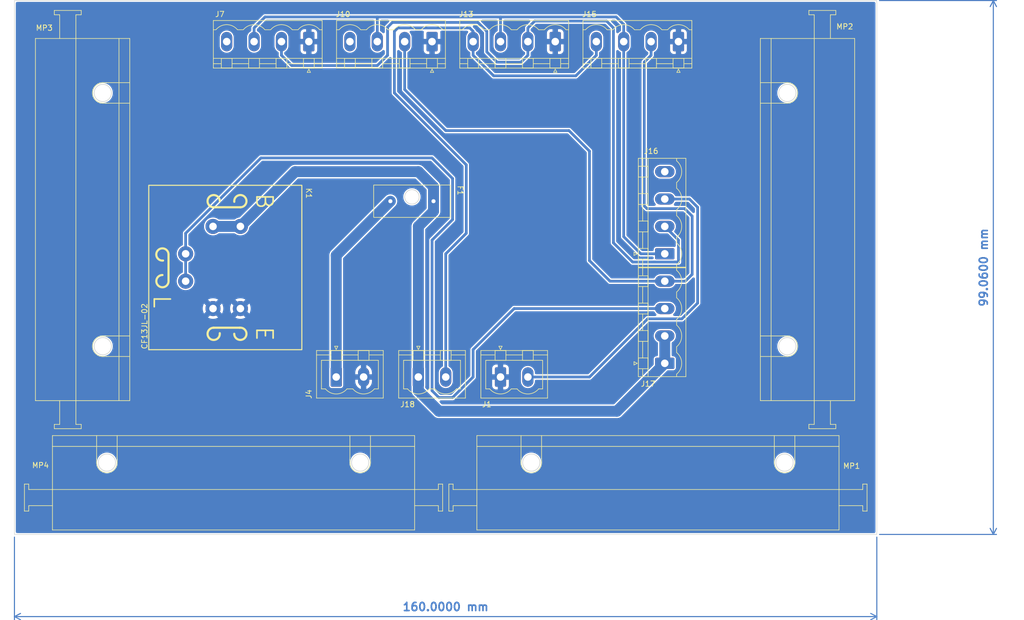
<source format=kicad_pcb>
(kicad_pcb (version 20211014) (generator pcbnew)

  (general
    (thickness 1.6)
  )

  (paper "A4")
  (layers
    (0 "F.Cu" signal)
    (31 "B.Cu" signal)
    (32 "B.Adhes" user "B.Adhesive")
    (33 "F.Adhes" user "F.Adhesive")
    (34 "B.Paste" user)
    (35 "F.Paste" user)
    (36 "B.SilkS" user "B.Silkscreen")
    (37 "F.SilkS" user "F.Silkscreen")
    (38 "B.Mask" user)
    (39 "F.Mask" user)
    (40 "Dwgs.User" user "User.Drawings")
    (41 "Cmts.User" user "User.Comments")
    (42 "Eco1.User" user "User.Eco1")
    (43 "Eco2.User" user "User.Eco2")
    (44 "Edge.Cuts" user)
    (45 "Margin" user)
    (46 "B.CrtYd" user "B.Courtyard")
    (47 "F.CrtYd" user "F.Courtyard")
    (48 "B.Fab" user)
    (49 "F.Fab" user)
    (50 "User.1" user)
    (51 "User.2" user)
    (52 "User.3" user)
    (53 "User.4" user)
    (54 "User.5" user)
    (55 "User.6" user)
    (56 "User.7" user)
    (57 "User.8" user)
    (58 "User.9" user)
  )

  (setup
    (stackup
      (layer "F.SilkS" (type "Top Silk Screen"))
      (layer "F.Paste" (type "Top Solder Paste"))
      (layer "F.Mask" (type "Top Solder Mask") (thickness 0.01))
      (layer "F.Cu" (type "copper") (thickness 0.035))
      (layer "dielectric 1" (type "core") (thickness 1.51) (material "FR4") (epsilon_r 4.5) (loss_tangent 0.02))
      (layer "B.Cu" (type "copper") (thickness 0.035))
      (layer "B.Mask" (type "Bottom Solder Mask") (thickness 0.01))
      (layer "B.Paste" (type "Bottom Solder Paste"))
      (layer "B.SilkS" (type "Bottom Silk Screen"))
      (copper_finish "None")
      (dielectric_constraints no)
    )
    (pad_to_mask_clearance 0)
    (pcbplotparams
      (layerselection 0x00010e0_ffffffff)
      (disableapertmacros false)
      (usegerberextensions false)
      (usegerberattributes true)
      (usegerberadvancedattributes true)
      (creategerberjobfile true)
      (svguseinch false)
      (svgprecision 6)
      (excludeedgelayer true)
      (plotframeref false)
      (viasonmask false)
      (mode 1)
      (useauxorigin false)
      (hpglpennumber 1)
      (hpglpenspeed 20)
      (hpglpendiameter 15.000000)
      (dxfpolygonmode true)
      (dxfimperialunits true)
      (dxfusepcbnewfont true)
      (psnegative false)
      (psa4output false)
      (plotreference true)
      (plotvalue true)
      (plotinvisibletext false)
      (sketchpadsonfab false)
      (subtractmaskfromsilk false)
      (outputformat 1)
      (mirror false)
      (drillshape 0)
      (scaleselection 1)
      (outputdirectory "")
    )
  )

  (net 0 "")
  (net 1 "GND")
  (net 2 "Net-(F1-Pad2)")
  (net 3 "Net-(J13-Pad2)")
  (net 4 "Net-(J10-Pad2)")
  (net 5 "unconnected-(J7-Pad4)")
  (net 6 "unconnected-(J10-Pad4)")
  (net 7 "Net-(J10-Pad3)")
  (net 8 "Net-(J13-Pad4)")
  (net 9 "Net-(J1-Pad2)")
  (net 10 "Net-(J16-Pad3)")
  (net 11 "unconnected-(J17-Pad4)")
  (net 12 "/12V_5A")

  (footprint "circuit:Wago_221-500_SplicingConnectorHolder" (layer "F.Cu") (at 96.393 74.93 90))

  (footprint "circuit:Wago_221-500_SplicingConnectorHolder" (layer "F.Cu") (at 120.65 120.015 180))

  (footprint "circuit:Littelfuse_FuseHolder_FL1_178.6764.0001" (layer "F.Cu") (at 153.75 71.52 180))

  (footprint "circuit:Generic_HeaderSocket_1x02_P5.08mm_Vertical_Open" (layer "F.Cu") (at 139.7 104.14))

  (footprint "circuit:Generic_HeaderSocket_1x04_P5.08mm_Vertical_Open" (layer "F.Cu") (at 180.34 41.91 180))

  (footprint "circuit:Generic_HeaderSocket_1x04_P5.08mm_Vertical_Open" (layer "F.Cu") (at 203.2 41.91 180))

  (footprint "circuit:Generic_HeaderSocket_1x04_P5.08mm_Vertical_Open" (layer "F.Cu") (at 134.62 41.91 180))

  (footprint "circuit:Generic_HeaderSocket_1x04_P5.08mm_Vertical_Open" (layer "F.Cu") (at 200.66 101.6 90))

  (footprint "circuit:Wago_221-500_SplicingConnectorHolder" (layer "F.Cu") (at 223.393 74.93 -90))

  (footprint "circuit:CF13JL-02" (layer "F.Cu") (at 114.3 83.82 90))

  (footprint "circuit:Generic_HeaderSocket_1x02_P5.08mm_Vertical_Open" (layer "F.Cu") (at 170.18 104.14))

  (footprint "circuit:Wago_221-500_SplicingConnectorHolder" (layer "F.Cu") (at 199.39 120.015 180))

  (footprint "circuit:Generic_HeaderSocket_1x02_P5.08mm_Vertical_Open" (layer "F.Cu") (at 154.94 104.14))

  (footprint "circuit:Generic_HeaderSocket_1x04_P5.08mm_Vertical_Open" (layer "F.Cu") (at 200.66 81.28 90))

  (footprint "circuit:Generic_HeaderSocket_1x04_P5.08mm_Vertical_Open" (layer "F.Cu") (at 157.48 41.91 180))

  (gr_rect (start 80 34.29) (end 240 133.35) (layer "Edge.Cuts") (width 0.1) (fill none) (tstamp baf93642-2aff-4fc6-b370-4199fa085aee))
  (dimension (type aligned) (layer "B.Cu") (tstamp 4e1f1c92-8a9a-4ed5-bef2-e21d317891d9)
    (pts (xy 240 133.35) (xy 80 133.35))
    (height -15.24)
    (gr_text "160.0000 mm" (at 160 146.79) (layer "B.Cu") (tstamp d6df7380-13b7-4faa-861c-4e9ebf310cb4)
      (effects (font (size 1.5 1.5) (thickness 0.3)))
    )
    (format (units 3) (units_format 1) (precision 4))
    (style (thickness 0.2) (arrow_length 1.27) (text_position_mode 0) (extension_height 0.58642) (extension_offset 0.5) keep_text_aligned)
  )
  (dimension (type aligned) (layer "B.Cu") (tstamp 7b10cdd2-34ca-4948-92f5-f31747f57471)
    (pts (xy 240 133.35) (xy 240 34.29))
    (height 21.62)
    (gr_text "99.0600 mm" (at 259.82 83.82 90) (layer "B.Cu") (tstamp 7c79b0bd-d900-48cc-9497-409bcaebbe02)
      (effects (font (size 1.5 1.5) (thickness 0.3)))
    )
    (format (units 3) (units_format 1) (precision 4))
    (style (thickness 0.2) (arrow_length 1.27) (text_position_mode 0) (extension_height 0.58642) (extension_offset 0.5) keep_text_aligned)
  )

  (segment (start 139.7 81.57) (end 149.75 71.52) (width 2.032) (layer "B.Cu") (net 2) (tstamp d76baf92-4e99-4747-a5af-9e0cbb8e6b1c))
  (segment (start 139.7 104.14) (end 139.7 81.57) (width 2.032) (layer "B.Cu") (net 2) (tstamp dc3d225c-b5af-49ed-b9d8-dedcd8767374))
  (segment (start 149.225 44.45) (end 147.32 46.355) (width 0.508) (layer "B.Cu") (net 3) (tstamp 08ab319b-e043-44c0-8976-9684dda2e7c0))
  (segment (start 189.865 38.1) (end 176.53 38.1) (width 0.508) (layer "B.Cu") (net 3) (tstamp 0d3d0d4c-aac0-4d09-96f9-32eadef4d242))
  (segment (start 169.545 45.72) (end 167.64 43.815) (width 0.508) (layer "B.Cu") (net 3) (tstamp 275a647b-b21b-4607-97aa-9040c7771074))
  (segment (start 175.26 44.45) (end 173.99 45.72) (width 0.508) (layer "B.Cu") (net 3) (tstamp 361eb893-64cb-43f5-9e68-924fc44d0b92))
  (segment (start 175.26 41.91) (end 175.26 44.45) (width 0.508) (layer "B.Cu") (net 3) (tstamp 38fdb194-bbdc-4d63-8d56-784aeb79dd12))
  (segment (start 194.691 82.804) (end 191.135 79.248) (width 0.508) (layer "B.Cu") (net 3) (tstamp 476f157a-868c-4089-8e8f-dcbd0a23b7e9))
  (segment (start 147.32 46.355) (end 131.445 46.355) (width 0.508) (layer "B.Cu") (net 3) (tstamp 56eee566-be48-413c-9958-ca65e5287036))
  (segment (start 191.135 39.37) (end 189.865 38.1) (width 0.508) (layer "B.Cu") (net 3) (tstamp 5bcf6df4-87be-4096-83cb-658aacfe9a0f))
  (segment (start 129.54 44.45) (end 129.54 41.91) (width 0.508) (layer "B.Cu") (net 3) (tstamp 775c2828-e301-4ae3-a368-d8bcf1f8e635))
  (segment (start 131.445 46.355) (end 129.54 44.45) (width 0.508) (layer "B.Cu") (net 3) (tstamp 8170d247-7060-4495-b58b-bec0ef5b5769))
  (segment (start 149.225 39.243) (end 149.225 44.45) (width 0.508) (layer "B.Cu") (net 3) (tstamp 856f4cd5-2384-4f47-b253-232d559d491d))
  (segment (start 165.989 38.354) (end 150.114 38.354) (width 0.508) (layer "B.Cu") (net 3) (tstamp 8d013781-1a11-4ef6-9d51-4865f96877d7))
  (segment (start 175.26 39.37) (end 175.26 41.91) (width 0.508) (layer "B.Cu") (net 3) (tstamp 8d81efa1-87ca-49f2-86d2-3b5d545d7f14))
  (segment (start 167.64 40.005) (end 165.989 38.354) (width 0.508) (layer "B.Cu") (net 3) (tstamp a2933ae6-9e9b-48cc-b309-3a0b583edd93))
  (segment (start 203.2 82.804) (end 194.691 82.804) (width 0.508) (layer "B.Cu") (net 3) (tstamp a78fbc7f-4a4d-41ca-9bb5-41c287f0a112))
  (segment (start 150.114 38.354) (end 149.225 39.243) (width 0.508) (layer "B.Cu") (net 3) (tstamp a9158555-73ad-4f29-91ef-ac377aed634b))
  (segment (start 203.2 78.74) (end 203.2 82.804) (width 0.508) (layer "B.Cu") (net 3) (tstamp b9f4ced0-bdc6-498d-b73a-8d4e41293766))
  (segment (start 173.99 45.72) (end 169.545 45.72) (width 0.508) (layer "B.Cu") (net 3) (tstamp cd843815-33c1-4ade-b956-1595b057136b))
  (segment (start 167.64 43.815) (end 167.64 40.005) (width 0.508) (layer "B.Cu") (net 3) (tstamp d80381e0-1e1a-406d-a3dd-820b9698039f))
  (segment (start 200.66 76.2) (end 203.2 78.74) (width 0.508) (layer "B.Cu") (net 3) (tstamp d8685d59-a3ea-46cc-86c4-236bdf914fb4))
  (segment (start 191.135 79.248) (end 191.135 39.37) (width 0.508) (layer "B.Cu") (net 3) (tstamp df52b50c-0265-438e-8375-58102ef0d4ab))
  (segment (start 176.53 38.1) (end 175.26 39.37) (width 0.508) (layer "B.Cu") (net 3) (tstamp e4432870-bbeb-49aa-bd41-80e30fece582))
  (segment (start 204.343 72.898) (end 197.358 72.898) (width 0.508) (layer "B.Cu") (net 4) (tstamp 05fa4aa4-18b6-43e9-a050-3e407d3cb034))
  (segment (start 152.4 50.8) (end 152.4 41.91) (width 0.508) (layer "B.Cu") (net 4) (tstamp 17346dba-70fd-49d0-a42b-024c3faf8f35))
  (segment (start 190.5 86.36) (end 186.69 82.55) (width 0.508) (layer "B.Cu") (net 4) (tstamp 18c3d391-7479-457e-8e23-594c2e53c2a1))
  (segment (start 196.85 45.72) (end 198.12 44.45) (width 0.508) (layer "B.Cu") (net 4) (tstamp 479832ba-994e-44f0-b0fa-3e0ac544d3d3))
  (segment (start 186.69 82.55) (end 186.69 62.23) (width 0.508) (layer "B.Cu") (net 4) (tstamp 4e5e1579-8f2f-4200-b8e9-24075331427f))
  (segment (start 196.85 72.39) (end 196.85 45.72) (width 0.508) (layer "B.Cu") (net 4) (tstamp 5a5800f9-37db-4412-a17c-e599fd52f9c4))
  (segment (start 200.66 86.36) (end 204.47 86.36) (width 0.508) (layer "B.Cu") (net 4) (tstamp 62fa4fbf-d3fd-45ec-aa2b-e4fc02e9c65d))
  (segment (start 160.02 58.42) (end 152.4 50.8) (width 0.508) (layer "B.Cu") (net 4) (tstamp 671fc4b6-a705-476b-8b82-46d161ad8eb4))
  (segment (start 197.358 72.898) (end 196.85 72.39) (width 0.508) (layer "B.Cu") (net 4) (tstamp 7a78ca9b-c0c7-48a7-89e1-f77ba2c73a79))
  (segment (start 205.74 74.295) (end 204.343 72.898) (width 0.508) (layer "B.Cu") (net 4) (tstamp 810c1247-397d-47a4-939a-a54eca8b1c1c))
  (segment (start 200.66 86.36) (end 190.5 86.36) (width 0.508) (layer "B.Cu") (net 4) (tstamp 9e20a248-c39f-4153-b02c-99e13e64da85))
  (segment (start 186.69 62.23) (end 182.88 58.42) (width 0.508) (layer "B.Cu") (net 4) (tstamp aa481bdb-2d5f-4e9a-a17e-9545675703cb))
  (segment (start 205.74 85.09) (end 205.74 74.295) (width 0.508) (layer "B.Cu") (net 4) (tstamp d35993f0-6de5-4e70-acc4-818c3f248ab9))
  (segment (start 204.47 86.36) (end 205.74 85.09) (width 0.508) (layer "B.Cu") (net 4) (tstamp d4388eeb-a918-4bef-ac69-76617fbebc24))
  (segment (start 198.12 44.45) (end 198.12 41.91) (width 0.508) (layer "B.Cu") (net 4) (tstamp dd5f9a09-d291-4e02-904a-f73bf3f8f47d))
  (segment (start 182.88 58.42) (end 160.02 58.42) (width 0.508) (layer "B.Cu") (net 4) (tstamp f245ddf9-9d9e-42d6-9b52-d513c5d92b51))
  (segment (start 170.18 41.91) (end 170.18 37.338) (width 0.508) (layer "B.Cu") (net 7) (tstamp 57cd8fd9-1329-4d62-9144-5e89e8d102f8))
  (segment (start 124.46 39.37) (end 126.492 37.338) (width 0.508) (layer "B.Cu") (net 7) (tstamp 5a5e5b3f-28ee-4309-ade3-56c4a5176ecb))
  (segment (start 170.18 37.338) (end 147.32 37.338) (width 0.508) (layer "B.Cu") (net 7) (tstamp 85ce6f67-0fa9-44bd-80eb-73e907683c7a))
  (segment (start 200.66 81.28) (end 196.215 81.28) (width 0.508) (layer "B.Cu") (net 7) (tstamp a76a321c-cbc0-4280-b91f-30019a7a7df9))
  (segment (start 124.46 41.91) (end 124.46 39.37) (width 0.508) (layer "B.Cu") (net 7) (tstamp b4bc2af3-8965-4ff7-b786-da487fbdf10f))
  (segment (start 193.04 78.105) (end 193.04 41.91) (width 0.508) (layer "B.Cu") (net 7) (tstamp c10eda0d-47a7-4ce5-8922-8a2944bda98d))
  (segment (start 126.492 37.338) (end 147.32 37.338) (width 0.508) (layer "B.Cu") (net 7) (tstamp c46de116-60f2-4529-932b-9cfc76bde2f0))
  (segment (start 193.04 41.91) (end 193.04 38.735) (width 0.508) (layer "B.Cu") (net 7) (tstamp c96b642b-ca67-4115-963b-a9d88b80498c))
  (segment (start 191.643 37.338) (end 170.18 37.338) (width 0.508) (layer "B.Cu") (net 7) (tstamp e028f8aa-cddc-44fe-a1c6-562250e2a91e))
  (segment (start 147.32 41.91) (end 147.32 37.338) (width 0.508) (layer "B.Cu") (net 7) (tstamp ea1bc124-271f-475b-9f8b-b673277c5436))
  (segment (start 193.04 38.735) (end 191.643 37.338) (width 0.508) (layer "B.Cu") (net 7) (tstamp ea76e44d-e95e-48ce-b12b-cdc8e9584e40))
  (segment (start 196.215 81.28) (end 193.04 78.105) (width 0.508) (layer "B.Cu") (net 7) (tstamp ed63561b-1526-42e7-af4c-151ada25dba5))
  (segment (start 165.1 41.91) (end 165.1 44.45) (width 0.508) (layer "B.Cu") (net 8) (tstamp 035851ed-370f-4c2f-9967-d14ed2400607))
  (segment (start 150.495 40.005) (end 150.495 51.435) (width 0.508) (layer "B.Cu") (net 8) (tstamp 25c031bf-4a92-4a88-a8ea-c4bd9553c93c))
  (segment (start 151.13 39.37) (end 150.495 40.005) (width 0.508) (layer "B.Cu") (net 8) (tstamp 2fb4eef8-af82-4600-8fa9-d2571940b5cd))
  (segment (start 163.83 64.77) (end 163.83 77.47) (width 0.508) (layer "B.Cu") (net 8) (tstamp 8d0eb275-b502-452a-9837-d04cdb3c1e04))
  (segment (start 163.83 77.47) (end 160.02 81.28) (width 0.508) (layer "B.Cu") (net 8) (tstamp a34160c7-fad1-4e0a-8539-929bee01af47))
  (segment (start 160.02 81.28) (end 160.02 104.14) (width 0.508) (layer "B.Cu") (net 8) (tstamp a761e254-33c7-405e-b2e8-d100644c468f))
  (segment (start 165.1 41.91) (end 165.1 40.005) (width 0.508) (layer "B.Cu") (net 8) (tstamp b2ed356a-3c33-4f51-ba5e-e527709a3085))
  (segment (start 164.465 39.37) (end 151.13 39.37) (width 0.508) (layer "B.Cu") (net 8) (tstamp be31be15-ee17-42d8-84ef-5313b903bd17))
  (segment (start 150.495 51.435) (end 163.83 64.77) (width 0.508) (layer "B.Cu") (net 8) (tstamp bfcba3ba-5140-42c1-837a-262841660fed))
  (segment (start 165.1 40.005) (end 164.465 39.37) (width 0.508) (layer "B.Cu") (net 8) (tstamp c75abd4d-b4b2-4708-bc24-e0b4a30f0494))
  (segment (start 184.15 48.26) (end 187.96 44.45) (width 0.508) (layer "B.Cu") (net 8) (tstamp cb1b700e-b974-463c-a0e5-42a05ae323a0))
  (segment (start 168.91 48.26) (end 184.15 48.26) (width 0.508) (layer "B.Cu") (net 8) (tstamp d4ff7244-ad81-445c-8828-90784f7dfe1c))
  (segment (start 187.96 44.45) (end 187.96 41.91) (width 0.508) (layer "B.Cu") (net 8) (tstamp d574a83e-38b6-4477-ada3-cdb971e84822))
  (segment (start 165.1 44.45) (end 168.91 48.26) (width 0.508) (layer "B.Cu") (net 8) (tstamp e74e494e-dcc4-418b-a0de-37eacbf8edec))
  (segment (start 205.232 71.12) (end 206.756 72.644) (width 0.508) (layer "B.Cu") (net 9) (tstamp 1ee408c8-9501-4f49-a794-6a73b6b260ac))
  (segment (start 206.756 90.424) (end 203.835 93.345) (width 0.508) (layer "B.Cu") (net 9) (tstamp 60b04837-819a-4aa9-b519-e6525f655517))
  (segment (start 186.69 104.14) (end 175.26 104.14) (width 0.508) (layer "B.Cu") (net 9) (tstamp 73b44a80-dcbd-444f-8170-075866e83468))
  (segment (start 200.66 71.12) (end 205.232 71.12) (width 0.508) (layer "B.Cu") (net 9) (tstamp 7968c09b-b695-414e-93f4-6879d6b22664))
  (segment (start 203.835 93.345) (end 197.485 93.345) (width 0.508) (layer "B.Cu") (net 9) (tstamp b9002fa7-93e6-41b6-a347-c353fd935317))
  (segment (start 197.485 93.345) (end 186.69 104.14) (width 0.508) (layer "B.Cu") (net 9) (tstamp c886c39e-2f9f-4851-878b-cbb1c3763cfd))
  (segment (start 206.756 72.644) (end 206.756 90.424) (width 0.508) (layer "B.Cu") (net 9) (tstamp d9f14d57-5302-425d-a833-3caa3990a0da))
  (segment (start 200.66 91.44) (end 172.72 91.44) (width 0.508) (layer "B.Cu") (net 10) (tstamp 016e638b-c3a5-4cef-8251-c0a03fd46d50))
  (segment (start 157.48 63.5) (end 125.73 63.5) (width 0.508) (layer "B.Cu") (net 10) (tstamp 22fccfc9-736c-4521-823e-ddb8c1323410))
  (segment (start 172.72 91.44) (end 165.1 99.06) (width 0.508) (layer "B.Cu") (net 10) (tstamp 2439ceae-e87f-4830-84cb-a1fc645af848))
  (segment (start 158.75 107.95) (end 157.48 106.68) (width 0.508) (layer "B.Cu") (net 10) (tstamp 2cbe92df-4442-45a1-9aa8-c737545dc9df))
  (segment (start 165.1 99.06) (end 165.1 104.14) (width 0.508) (layer "B.Cu") (net 10) (tstamp 2d9911ef-a70b-4ef7-9de3-6e898126b29d))
  (segment (start 161.29 74.93) (end 161.29 67.31) (width 0.508) (layer "B.Cu") (net 10) (tstamp 36d5754a-9b72-4d16-bc7c-ec5cd1e33529))
  (segment (start 157.48 106.68) (end 157.48 78.74) (width 0.508) (layer "B.Cu") (net 10) (tstamp 6e250e83-cdff-47ae-a0cf-8b3c77d9ccf2))
  (segment (start 125.73 63.5) (end 111.76 77.47) (width 0.508) (layer "B.Cu") (net 10) (tstamp 6f34b712-f0c8-4668-a9b7-f8eb57daace9))
  (segment (start 111.76 86.36) (end 111.76 81.28) (width 0.508) (layer "B.Cu") (net 10) (tstamp 871872a4-c08e-40f0-863f-c4ec98d28e5d))
  (segment (start 111.76 77.47) (end 111.76 81.28) (width 0.508) (layer "B.Cu") (net 10) (tstamp a73b760b-a5f2-4bdf-b628-5a172adcc621))
  (segment (start 157.48 78.74) (end 161.29 74.93) (width 0.508) (layer "B.Cu") (net 10) (tstamp a875316a-eb62-43b3-802c-c4e23455a9fe))
  (segment (start 161.29 107.95) (end 158.75 107.95) (width 0.508) (layer "B.Cu") (net 10) (tstamp af5f052b-b239-486e-9fb5-059d5cbbdc62))
  (segment (start 165.1 104.14) (end 161.29 107.95) (width 0.508) (layer "B.Cu") (net 10) (tstamp c637dc68-916e-437f-8839-f4a7fdada3f6))
  (segment (start 161.29 67.31) (end 157.48 63.5) (width 0.508) (layer "B.Cu") (net 10) (tstamp cc6e3c3a-b09c-424d-8c70-323270780247))
  (segment (start 116.84 76.2) (end 121.92 76.2) (width 2.032) (layer "B.Cu") (net 12) (tstamp 062806a1-7102-4a53-9443-6f93516675c5))
  (segment (start 200.66 96.52) (end 200.66 101.6) (width 2.032) (layer "B.Cu") (net 12) (tstamp 1529d261-cfdd-469d-8c77-a3baac5fe65c))
  (segment (start 157.75 73.39) (end 154.94 76.2) (width 2.032) (layer "B.Cu") (net 12) (tstamp 23651f7b-097e-49be-9f41-3738ea841a4b))
  (segment (start 200.66 101.6) (end 191.77 110.49) (width 2.032) (layer "B.Cu") (net 12) (tstamp 313b3acf-d432-4c21-a6e2-87fd045bc1f5))
  (segment (start 158.75 110.49) (end 154.94 106.68) (width 2.032) (layer "B.Cu") (net 12) (tstamp 3222bfba-278a-4c17-a18b-47a3e170a561))
  (segment (start 132.08 66.04) (end 121.92 76.2) (width 2.032) (layer "B.Cu") (net 12) (tstamp 56ec8212-82cc-4f47-bc70-4b91cf1488d8))
  (segment (start 157.75 71.52) (end 157.75 73.39) (width 2.032) (layer "B.Cu") (net 12) (tstamp 70fd4a97-d5ee-40ba-b712-b61635c28e2d))
  (segment (start 154.94 66.04) (end 132.08 66.04) (width 2.032) (layer "B.Cu") (net 12) (tstamp 9132e639-7d81-4405-8523-785fa1bae9dd))
  (segment (start 191.77 110.49) (end 158.75 110.49) (width 2.032) (layer "B.Cu") (net 12) (tstamp a2e318b9-5e0f-4cec-9643-2ae017737a91))
  (segment (start 157.75 71.52) (end 157.75 68.85) (width 2.032) (layer "B.Cu") (net 12) (tstamp a697b307-761c-4f00-9080-c66e2de15501))
  (segment (start 157.75 68.85) (end 154.94 66.04) (width 2.032) (layer "B.Cu") (net 12) (tstamp ce1fea9e-d242-4971-92b6-c11596728ef0))
  (segment (start 154.94 76.2) (end 154.94 104.14) (width 2.032) (layer "B.Cu") (net 12) (tstamp e25973bc-7b11-4300-901a-96fa75d50466))
  (segment (start 154.94 106.68) (end 154.94 104.14) (width 2.032) (layer "B.Cu") (net 12) (tstamp f4bd7c9c-8111-4e9a-8612-27e942a8bd84))

  (zone (net 1) (net_name "GND") (layer "B.Cu") (tstamp c8a69dad-8d20-4ddc-a5c3-56d29cf8532f) (hatch edge 0.508)
    (connect_pads (clearance 0.254))
    (min_thickness 0.508) (filled_areas_thickness no)
    (fill yes (thermal_gap 0.508) (thermal_bridge_width 1.016) (island_removal_mode 1) (island_area_min 0))
    (polygon
      (pts
        (xy 240.03 133.35)
        (xy 80.01 133.35)
        (xy 80.01 34.29)
        (xy 240.03 34.29)
      )
    )
    (filled_polygon
      (layer "B.Cu")
      (pts
        (xy 239.589319 34.563758)
        (xy 239.671398 34.618602)
        (xy 239.726242 34.700681)
        (xy 239.7455 34.7975)
        (xy 239.7455 132.8425)
        (xy 239.726242 132.939319)
        (xy 239.671398 133.021398)
        (xy 239.589319 133.076242)
        (xy 239.4925 133.0955)
        (xy 80.5075 133.0955)
        (xy 80.410681 133.076242)
        (xy 80.328602 133.021398)
        (xy 80.273758 132.939319)
        (xy 80.2545 132.8425)
        (xy 80.2545 119.9566)
        (xy 95.29668 119.9566)
        (xy 95.298975 120.015)
        (xy 95.306991 120.219022)
        (xy 95.354174 120.477373)
        (xy 95.437289 120.726499)
        (xy 95.554677 120.961429)
        (xy 95.703995 121.177474)
        (xy 95.710068 121.184043)
        (xy 95.710073 121.18405)
        (xy 95.876189 121.363753)
        (xy 95.876196 121.363759)
        (xy 95.882265 121.370325)
        (xy 95.889198 121.375969)
        (xy 95.889204 121.375975)
        (xy 96.014669 121.478119)
        (xy 96.085929 121.536134)
        (xy 96.310924 121.671592)
        (xy 96.552761 121.773997)
        (xy 96.695663 121.811887)
        (xy 96.797972 121.839014)
        (xy 96.797977 121.839015)
        (xy 96.806614 121.841305)
        (xy 97.067418 121.872173)
        (xy 97.168136 121.8698)
        (xy 97.321036 121.866197)
        (xy 97.321043 121.866196)
        (xy 97.32997 121.865986)
        (xy 97.58903 121.822866)
        (xy 97.839431 121.743675)
        (xy 97.920931 121.704539)
        (xy 98.068106 121.633867)
        (xy 98.06811 121.633865)
        (xy 98.076175 121.629992)
        (xy 98.216643 121.536134)
        (xy 98.2871 121.489056)
        (xy 98.287104 121.489053)
        (xy 98.294539 121.484085)
        (xy 98.490167 121.308867)
        (xy 98.659154 121.107832)
        (xy 98.79813 120.884992)
        (xy 98.842811 120.783925)
        (xy 98.900704 120.652974)
        (xy 98.900705 120.65297)
        (xy 98.90432 120.644794)
        (xy 98.975607 120.39203)
        (xy 99.010568 120.131742)
        (xy 99.014237 120.015)
        (xy 99.010102 119.9566)
        (xy 142.28668 119.9566)
        (xy 142.288975 120.015)
        (xy 142.296991 120.219022)
        (xy 142.344174 120.477373)
        (xy 142.427289 120.726499)
        (xy 142.544677 120.961429)
        (xy 142.693995 121.177474)
        (xy 142.700068 121.184043)
        (xy 142.700073 121.18405)
        (xy 142.866189 121.363753)
        (xy 142.866196 121.363759)
        (xy 142.872265 121.370325)
        (xy 142.879198 121.375969)
        (xy 142.879204 121.375975)
        (xy 143.004669 121.478119)
        (xy 143.075929 121.536134)
        (xy 143.300924 121.671592)
        (xy 143.542761 121.773997)
        (xy 143.685663 121.811887)
        (xy 143.787972 121.839014)
        (xy 143.787977 121.839015)
        (xy 143.796614 121.841305)
        (xy 144.057418 121.872173)
        (xy 144.158136 121.8698)
        (xy 144.311036 121.866197)
        (xy 144.311043 121.866196)
        (xy 144.31997 121.865986)
        (xy 144.57903 121.822866)
        (xy 144.829431 121.743675)
        (xy 144.910931 121.704539)
        (xy 145.058106 121.633867)
        (xy 145.05811 121.633865)
        (xy 145.066175 121.629992)
        (xy 145.206643 121.536134)
        (xy 145.2771 121.489056)
        (xy 145.277104 121.489053)
        (xy 145.284539 121.484085)
        (xy 145.480167 121.308867)
        (xy 145.649154 121.107832)
        (xy 145.78813 120.884992)
        (xy 145.832811 120.783925)
        (xy 145.890704 120.652974)
        (xy 145.890705 120.65297)
        (xy 145.89432 120.644794)
        (xy 145.965607 120.39203)
        (xy 146.000568 120.131742)
        (xy 146.004237 120.015)
        (xy 146.000102 119.9566)
        (xy 174.03668 119.9566)
        (xy 174.038975 120.015)
        (xy 174.046991 120.219022)
        (xy 174.094174 120.477373)
        (xy 174.177289 120.726499)
        (xy 174.294677 120.961429)
        (xy 174.443995 121.177474)
        (xy 174.450068 121.184043)
        (xy 174.450073 121.18405)
        (xy 174.616189 121.363753)
        (xy 174.616196 121.363759)
        (xy 174.622265 121.370325)
        (xy 174.629198 121.375969)
        (xy 174.629204 121.375975)
        (xy 174.754669 121.478119)
        (xy 174.825929 121.536134)
        (xy 175.050924 121.671592)
        (xy 175.292761 121.773997)
        (xy 175.435663 121.811887)
        (xy 175.537972 121.839014)
        (xy 175.537977 121.839015)
        (xy 175.546614 121.841305)
        (xy 175.807418 121.872173)
        (xy 175.908136 121.8698)
        (xy 176.061036 121.866197)
        (xy 176.061043 121.866196)
        (xy 176.06997 121.865986)
        (xy 176.32903 121.822866)
        (xy 176.579431 121.743675)
        (xy 176.660931 121.704539)
        (xy 176.808106 121.633867)
        (xy 176.80811 121.633865)
        (xy 176.816175 121.629992)
        (xy 176.956643 121.536134)
        (xy 177.0271 121.489056)
        (xy 177.027104 121.489053)
        (xy 177.034539 121.484085)
        (xy 177.230167 121.308867)
        (xy 177.399154 121.107832)
        (xy 177.53813 120.884992)
        (xy 177.582811 120.783925)
        (xy 177.640704 120.652974)
        (xy 177.640705 120.65297)
        (xy 177.64432 120.644794)
        (xy 177.715607 120.39203)
        (xy 177.750568 120.131742)
        (xy 177.754237 120.015)
        (xy 177.750102 119.9566)
        (xy 221.02668 119.9566)
        (xy 221.028975 120.015)
        (xy 221.036991 120.219022)
        (xy 221.084174 120.477373)
        (xy 221.167289 120.726499)
        (xy 221.284677 120.961429)
        (xy 221.433995 121.177474)
        (xy 221.440068 121.184043)
        (xy 221.440073 121.18405)
        (xy 221.606189 121.363753)
        (xy 221.606196 121.363759)
        (xy 221.612265 121.370325)
        (xy 221.619198 121.375969)
        (xy 221.619204 121.375975)
        (xy 221.744669 121.478119)
        (xy 221.815929 121.536134)
        (xy 222.040924 121.671592)
        (xy 222.282761 121.773997)
        (xy 222.425663 121.811887)
        (xy 222.527972 121.839014)
        (xy 222.527977 121.839015)
        (xy 222.536614 121.841305)
        (xy 222.797418 121.872173)
        (xy 222.898136 121.8698)
        (xy 223.051036 121.866197)
        (xy 223.051043 121.866196)
        (xy 223.05997 121.865986)
        (xy 223.31903 121.822866)
        (xy 223.569431 121.743675)
        (xy 223.650931 121.704539)
        (xy 223.798106 121.633867)
        (xy 223.79811 121.633865)
        (xy 223.806175 121.629992)
        (xy 223.946643 121.536134)
        (xy 224.0171 121.489056)
        (xy 224.017104 121.489053)
        (xy 224.024539 121.484085)
        (xy 224.220167 121.308867)
        (xy 224.389154 121.107832)
        (xy 224.52813 120.884992)
        (xy 224.572811 120.783925)
        (xy 224.630704 120.652974)
        (xy 224.630705 120.65297)
        (xy 224.63432 120.644794)
        (xy 224.705607 120.39203)
        (xy 224.740568 120.131742)
        (xy 224.744237 120.015)
        (xy 224.739472 119.947698)
        (xy 224.726321 119.761951)
        (xy 224.72632 119.761945)
        (xy 224.725689 119.753031)
        (xy 224.715186 119.704243)
        (xy 224.672298 119.505039)
        (xy 224.672297 119.505037)
        (xy 224.670414 119.496289)
        (xy 224.579515 119.249897)
        (xy 224.454806 119.018771)
        (xy 224.329975 118.849763)
        (xy 224.304087 118.814713)
        (xy 224.304082 118.814707)
        (xy 224.298775 118.807522)
        (xy 224.183026 118.689941)
        (xy 224.120807 118.626737)
        (xy 224.120805 118.626735)
        (xy 224.114535 118.620366)
        (xy 223.905764 118.461036)
        (xy 223.849881 118.42974)
        (xy 223.684434 118.337085)
        (xy 223.684431 118.337084)
        (xy 223.676625 118.332712)
        (xy 223.668286 118.329486)
        (xy 223.668282 118.329484)
        (xy 223.554158 118.285333)
        (xy 223.431691 118.237954)
        (xy 223.36139 118.221659)
        (xy 223.184566 118.180673)
        (xy 223.184559 118.180672)
        (xy 223.175849 118.178653)
        (xy 222.914204 118.155992)
        (xy 222.651976 118.170424)
        (xy 222.477673 118.205095)
        (xy 222.403169 118.219914)
        (xy 222.403167 118.219915)
        (xy 222.394397 118.221659)
        (xy 222.385963 118.224621)
        (xy 222.385955 118.224623)
        (xy 222.217496 118.283783)
        (xy 222.146608 118.308677)
        (xy 222.09192 118.337085)
        (xy 221.921491 118.425615)
        (xy 221.921485 118.425618)
        (xy 221.913551 118.42974)
        (xy 221.906278 118.434937)
        (xy 221.906272 118.434941)
        (xy 221.778469 118.526271)
        (xy 221.699878 118.582433)
        (xy 221.69341 118.588603)
        (xy 221.693409 118.588604)
        (xy 221.608608 118.6695)
        (xy 221.509851 118.76371)
        (xy 221.347261 118.969954)
        (xy 221.342773 118.97768)
        (xy 221.34277 118.977685)
        (xy 221.242607 119.150129)
        (xy 221.215354 119.197049)
        (xy 221.116761 119.440464)
        (xy 221.053448 119.695343)
        (xy 221.02668 119.9566)
        (xy 177.750102 119.9566)
        (xy 177.749472 119.947698)
        (xy 177.736321 119.761951)
        (xy 177.73632 119.761945)
        (xy 177.735689 119.753031)
        (xy 177.725186 119.704243)
        (xy 177.682298 119.505039)
        (xy 177.682297 119.505037)
        (xy 177.680414 119.496289)
        (xy 177.589515 119.249897)
        (xy 177.464806 119.018771)
        (xy 177.339975 118.849763)
        (xy 177.314087 118.814713)
        (xy 177.314082 118.814707)
        (xy 177.308775 118.807522)
        (xy 177.193026 118.689941)
        (xy 177.130807 118.626737)
        (xy 177.130805 118.626735)
        (xy 177.124535 118.620366)
        (xy 176.915764 118.461036)
        (xy 176.859881 118.42974)
        (xy 176.694434 118.337085)
        (xy 176.694431 118.337084)
        (xy 176.686625 118.332712)
        (xy 176.678286 118.329486)
        (xy 176.678282 118.329484)
        (xy 176.564158 118.285333)
        (xy 176.441691 118.237954)
        (xy 176.37139 118.221659)
        (xy 176.194566 118.180673)
        (xy 176.194559 118.180672)
        (xy 176.185849 118.178653)
        (xy 175.924204 118.155992)
        (xy 175.661976 118.170424)
        (xy 175.487673 118.205095)
        (xy 175.413169 118.219914)
        (xy 175.413167 118.219915)
        (xy 175.404397 118.221659)
        (xy 175.395963 118.224621)
        (xy 175.395955 118.224623)
        (xy 175.227496 118.283783)
        (xy 175.156608 118.308677)
        (xy 175.10192 118.337085)
        (xy 174.931491 118.425615)
        (xy 174.931485 118.425618)
        (xy 174.923551 118.42974)
        (xy 174.916278 118.434937)
        (xy 174.916272 118.434941)
        (xy 174.788469 118.526271)
        (xy 174.709878 118.582433)
        (xy 174.70341 118.588603)
        (xy 174.703409 118.588604)
        (xy 174.618608 118.6695)
        (xy 174.519851 118.76371)
        (xy 174.357261 118.969954)
        (xy 174.352773 118.97768)
        (xy 174.35277 118.977685)
        (xy 174.252607 119.150129)
        (xy 174.225354 119.197049)
        (xy 174.126761 119.440464)
        (xy 174.063448 119.695343)
        (xy 174.03668 119.9566)
        (xy 146.000102 119.9566)
        (xy 145.999472 119.947698)
        (xy 145.986321 119.761951)
        (xy 145.98632 119.761945)
        (xy 145.985689 119.753031)
        (xy 145.975186 119.704243)
        (xy 145.932298 119.505039)
        (xy 145.932297 119.505037)
        (xy 145.930414 119.496289)
        (xy 145.839515 119.249897)
        (xy 145.714806 119.018771)
        (xy 145.589975 118.849763)
        (xy 145.564087 118.814713)
        (xy 145.564082 118.814707)
        (xy 145.558775 118.807522)
        (xy 145.443026 118.689941)
        (xy 145.380807 118.626737)
        (xy 145.380805 118.626735)
        (xy 145.374535 118.620366)
        (xy 145.165764 118.461036)
        (xy 145.109881 118.42974)
        (xy 144.944434 118.337085)
        (xy 144.944431 118.337084)
        (xy 144.936625 118.332712)
        (xy 144.928286 118.329486)
        (xy 144.928282 118.329484)
        (xy 144.814158 118.285333)
        (xy 144.691691 118.237954)
        (xy 144.62139 118.221659)
        (xy 144.444566 118.180673)
        (xy 144.444559 118.180672)
        (xy 144.435849 118.178653)
        (xy 144.174204 118.155992)
        (xy 143.911976 118.170424)
        (xy 143.737673 118.205095)
        (xy 143.663169 118.219914)
        (xy 143.663167 118.219915)
        (xy 143.654397 118.221659)
        (xy 143.645963 118.224621)
        (xy 143.645955 118.224623)
        (xy 143.477496 118.283783)
        (xy 143.406608 118.308677)
        (xy 143.35192 118.337085)
        (xy 143.181491 118.425615)
        (xy 143.181485 118.425618)
        (xy 143.173551 118.42974)
        (xy 143.166278 118.434937)
        (xy 143.166272 118.434941)
        (xy 143.038469 118.526271)
        (xy 142.959878 118.582433)
        (xy 142.95341 118.588603)
        (xy 142.953409 118.588604)
        (xy 142.868608 118.6695)
        (xy 142.769851 118.76371)
        (xy 142.607261 118.969954)
        (xy 142.602773 118.97768)
        (xy 142.60277 118.977685)
        (xy 142.502607 119.150129)
        (xy 142.475354 119.197049)
        (xy 142.376761 119.440464)
        (xy 142.313448 119.695343)
        (xy 142.28668 119.9566)
        (xy 99.010102 119.9566)
        (xy 99.009472 119.947698)
        (xy 98.996321 119.761951)
        (xy 98.99632 119.761945)
        (xy 98.995689 119.753031)
        (xy 98.985186 119.704243)
        (xy 98.942298 119.505039)
        (xy 98.942297 119.505037)
        (xy 98.940414 119.496289)
        (xy 98.849515 119.249897)
        (xy 98.724806 119.018771)
        (xy 98.599975 118.849763)
        (xy 98.574087 118.814713)
        (xy 98.574082 118.814707)
        (xy 98.568775 118.807522)
        (xy 98.453026 118.689941)
        (xy 98.390807 118.626737)
        (xy 98.390805 118.626735)
        (xy 98.384535 118.620366)
        (xy 98.175764 118.461036)
        (xy 98.119881 118.42974)
        (xy 97.954434 118.337085)
        (xy 97.954431 118.337084)
        (xy 97.946625 118.332712)
        (xy 97.938286 118.329486)
        (xy 97.938282 118.329484)
        (xy 97.824158 118.285333)
        (xy 97.701691 118.237954)
        (xy 97.63139 118.221659)
        (xy 97.454566 118.180673)
        (xy 97.454559 118.180672)
        (xy 97.445849 118.178653)
        (xy 97.184204 118.155992)
        (xy 96.921976 118.170424)
        (xy 96.747673 118.205095)
        (xy 96.673169 118.219914)
        (xy 96.673167 118.219915)
        (xy 96.664397 118.221659)
        (xy 96.655963 118.224621)
        (xy 96.655955 118.224623)
        (xy 96.487496 118.283783)
        (xy 96.416608 118.308677)
        (xy 96.36192 118.337085)
        (xy 96.191491 118.425615)
        (xy 96.191485 118.425618)
        (xy 96.183551 118.42974)
        (xy 96.176278 118.434937)
        (xy 96.176272 118.434941)
        (xy 96.048469 118.526271)
        (xy 95.969878 118.582433)
        (xy 95.96341 118.588603)
        (xy 95.963409 118.588604)
        (xy 95.878608 118.6695)
        (xy 95.779851 118.76371)
        (xy 95.617261 118.969954)
        (xy 95.612773 118.97768)
        (xy 95.61277 118.977685)
        (xy 95.512607 119.150129)
        (xy 95.485354 119.197049)
        (xy 95.386761 119.440464)
        (xy 95.323448 119.695343)
        (xy 95.29668 119.9566)
        (xy 80.2545 119.9566)
        (xy 80.2545 102.542243)
        (xy 138.4055 102.542243)
        (xy 138.405501 105.737756)
        (xy 138.406239 105.744547)
        (xy 138.406239 105.744554)
        (xy 138.408415 105.764585)
        (xy 138.412202 105.799449)
        (xy 138.426628 105.83793)
        (xy 138.450561 105.901772)
        (xy 138.462929 105.934765)
        (xy 138.549596 106.050404)
        (xy 138.665235 106.137071)
        (xy 138.682111 106.143398)
        (xy 138.682114 106.143399)
        (xy 138.733761 106.16276)
        (xy 138.800551 106.187798)
        (xy 138.816319 106.189511)
        (xy 138.855429 106.19376)
        (xy 138.855434 106.19376)
        (xy 138.862243 106.1945)
        (xy 138.869096 106.1945)
        (xy 139.700734 106.194499)
        (xy 140.537756 106.194499)
        (xy 140.544547 106.193761)
        (xy 140.544554 106.193761)
        (xy 140.564585 106.191585)
        (xy 140.599449 106.187798)
        (xy 140.666239 106.16276)
        (xy 140.717886 106.143399)
        (xy 140.717889 106.143398)
        (xy 140.734765 106.137071)
        (xy 140.850404 106.050404)
        (xy 140.937071 105.934765)
        (xy 140.94944 105.901772)
        (xy 140.973372 105.83793)
        (xy 140.987798 105.799449)
        (xy 140.989511 105.783681)
        (xy 140.99376 105.744571)
        (xy 140.99376 105.744566)
        (xy 140.9945 105.737757)
        (xy 140.9945 104.957516)
        (xy 143.232 104.957516)
        (xy 143.232407 104.96765)
        (xy 143.246127 105.138176)
        (xy 143.249365 105.158167)
        (xy 143.303936 105.380341)
        (xy 143.310332 105.399569)
        (xy 143.399726 105.610167)
        (xy 143.409107 105.628111)
        (xy 143.531017 105.821702)
        (xy 143.543157 105.83793)
        (xy 143.694455 106.009544)
        (xy 143.709016 106.023605)
        (xy 143.885814 106.168828)
        (xy 143.902438 106.180382)
        (xy 144.10018 106.295471)
        (xy 144.118435 106.304217)
        (xy 144.248736 106.354235)
        (xy 144.26871 106.357667)
        (xy 144.271956 106.340151)
        (xy 145.288 106.340151)
        (xy 145.292134 106.360935)
        (xy 145.2955 106.361604)
        (xy 145.304808 106.360313)
        (xy 145.311573 106.358398)
        (xy 145.330552 106.35134)
        (xy 145.537901 106.254651)
        (xy 145.555515 106.244645)
        (xy 145.744736 106.11605)
        (xy 145.760516 106.103363)
        (xy 145.926747 105.946166)
        (xy 145.940304 105.93111)
        (xy 146.079261 105.749361)
        (xy 146.090229 105.732341)
        (xy 146.198344 105.530708)
        (xy 146.206451 105.512151)
        (xy 146.280936 105.295835)
        (xy 146.285975 105.276206)
        (xy 146.325289 105.0486)
        (xy 146.327005 105.03281)
        (xy 146.327871 105.013744)
        (xy 146.328 105.008035)
        (xy 146.328 104.672918)
        (xy 146.323866 104.652134)
        (xy 146.303082 104.648)
        (xy 145.312918 104.648)
        (xy 145.292134 104.652134)
        (xy 145.288 104.672918)
        (xy 145.288 106.340151)
        (xy 144.271956 106.340151)
        (xy 144.272 106.339916)
        (xy 144.272 104.672918)
        (xy 144.267866 104.652134)
        (xy 144.247082 104.648)
        (xy 143.256918 104.648)
        (xy 143.236134 104.652134)
        (xy 143.232 104.672918)
        (xy 143.232 104.957516)
        (xy 140.9945 104.957516)
        (xy 140.994499 103.607082)
        (xy 143.232 103.607082)
        (xy 143.236134 103.627866)
        (xy 143.256918 103.632)
        (xy 144.247082 103.632)
        (xy 144.267866 103.627866)
        (xy 144.272 103.607082)
        (xy 145.288 103.607082)
        (xy 145.292134 103.627866)
        (xy 145.312918 103.632)
        (xy 146.303082 103.632)
        (xy 146.323866 103.627866)
        (xy 146.328 103.607082)
        (xy 146.328 103.322484)
        (xy 146.327593 103.31235)
        (xy 146.313873 103.141824)
        (xy 146.310635 103.121833)
        (xy 146.256064 102.899659)
        (xy 146.249668 102.880431)
        (xy 146.160274 102.669833)
        (xy 146.150893 102.651889)
        (xy 146.028983 102.458298)
        (xy 146.016843 102.44207)
        (xy 145.865545 102.270456)
        (xy 145.850984 102.256395)
        (xy 145.674186 102.111172)
        (xy 145.657562 102.099618)
        (xy 145.45982 101.984529)
        (xy 145.441565 101.975783)
        (xy 145.311264 101.925765)
        (xy 145.29129 101.922333)
        (xy 145.288 101.940084)
        (xy 145.288 103.607082)
        (xy 144.272 103.607082)
        (xy 144.272 101.939849)
        (xy 144.267866 101.919065)
        (xy 144.2645 101.918396)
        (xy 144.255192 101.919687)
        (xy 144.248427 101.921602)
        (xy 144.229448 101.92866)
        (xy 144.022099 102.025349)
        (xy 144.004485 102.035355)
        (xy 143.815264 102.16395)
        (xy 143.799484 102.176637)
        (xy 143.633253 102.333834)
        (xy 143.619696 102.34889)
        (xy 143.480739 102.530639)
        (xy 143.469771 102.547659)
        (xy 143.361656 102.749292)
        (xy 143.353549 102.767849)
        (xy 143.279064 102.984165)
        (xy 143.274025 103.003794)
        (xy 143.234711 103.2314)
        (xy 143.232995 103.24719)
        (xy 143.232129 103.266256)
        (xy 143.232 103.271965)
        (xy 143.232 103.607082)
        (xy 140.994499 103.607082)
        (xy 140.994499 102.542244)
        (xy 140.993518 102.533206)
        (xy 140.991464 102.514298)
        (xy 140.987798 102.480551)
        (xy 140.982231 102.465701)
        (xy 140.978561 102.450265)
        (xy 140.981561 102.449552)
        (xy 140.9705 102.388544)
        (xy 140.9705 82.201054)
        (xy 140.989758 82.104235)
        (xy 141.044602 82.022156)
        (xy 150.689062 72.377696)
        (xy 150.797486 72.248023)
        (xy 150.851094 72.15404)
        (xy 150.904269 72.060815)
        (xy 150.90427 72.060812)
        (xy 150.909854 72.051023)
        (xy 150.985559 71.837238)
        (xy 151.022209 71.613425)
        (xy 151.019653 71.45068)
        (xy 151.018824 71.397925)
        (xy 151.018824 71.397924)
        (xy 151.018647 71.38666)
        (xy 150.974984 71.16411)
        (xy 150.970894 71.153619)
        (xy 150.970892 71.153613)
        (xy 150.896698 70.963314)
        (xy 150.892602 70.952808)
        (xy 150.802415 70.805637)
        (xy 150.779987 70.769038)
        (xy 150.779986 70.769036)
        (xy 150.774102 70.759435)
        (xy 150.738967 70.72)
        (xy 152.140539 70.72)
        (xy 152.160354 70.971775)
        (xy 152.219312 71.217351)
        (xy 152.31596 71.45068)
        (xy 152.447919 71.666017)
        (xy 152.454372 71.673573)
        (xy 152.454376 71.673578)
        (xy 152.567584 71.806128)
        (xy 152.611939 71.858061)
        (xy 152.619498 71.864517)
        (xy 152.796422 72.015624)
        (xy 152.796427 72.015628)
        (xy 152.803983 72.022081)
        (xy 153.01932 72.15404)
        (xy 153.252649 72.250688)
        (xy 153.498225 72.309646)
        (xy 153.75 72.329461)
        (xy 154.001775 72.309646)
        (xy 154.247351 72.250688)
        (xy 154.48068 72.15404)
        (xy 154.696017 72.022081)
        (xy 154.703573 72.015628)
        (xy 154.703578 72.015624)
        (xy 154.880502 71.864517)
        (xy 154.888061 71.858061)
        (xy 154.932416 71.806128)
        (xy 155.045624 71.673578)
        (xy 155.045628 71.673573)
        (xy 155.052081 71.666017)
        (xy 155.18404 71.45068)
        (xy 155.280688 71.217351)
        (xy 155.339646 70.971775)
        (xy 155.359461 70.72)
        (xy 155.339646 70.468225)
        (xy 155.280688 70.222649)
        (xy 155.18404 69.98932)
        (xy 155.052081 69.773983)
        (xy 155.045628 69.766427)
        (xy 155.045624 69.766422)
        (xy 154.894517 69.589498)
        (xy 154.888061 69.581939)
        (xy 154.880502 69.575483)
        (xy 154.703578 69.424376)
        (xy 154.703573 69.424372)
        (xy 154.696017 69.417919)
        (xy 154.48068 69.28596)
        (xy 154.247351 69.189312)
        (xy 154.001775 69.130354)
        (xy 153.75 69.110539)
        (xy 153.498225 69.130354)
        (xy 153.252649 69.189312)
        (xy 153.01932 69.28596)
        (xy 152.803983 69.417919)
        (xy 152.796427 69.424372)
        (xy 152.796422 69.424376)
        (xy 152.619498 69.575483)
        (xy 152.611939 69.581939)
        (xy 152.605483 69.589498)
        (xy 152.454376 69.766422)
        (xy 152.454372 69.766427)
        (xy 152.447919 69.773983)
        (xy 152.31596 69.98932)
        (xy 152.219312 70.222649)
        (xy 152.160354 70.468225)
        (xy 152.142796 70.691323)
        (xy 152.140539 70.72)
        (xy 150.738967 70.72)
        (xy 150.623232 70.590102)
        (xy 150.470413 70.470277)
        (xy 150.453633 70.45712)
        (xy 150.453631 70.457119)
        (xy 150.44476 70.450163)
        (xy 150.244328 70.344039)
        (xy 150.119758 70.304284)
        (xy 150.039001 70.278511)
        (xy 150.038997 70.27851)
        (xy 150.028271 70.275087)
        (xy 150.017103 70.273617)
        (xy 150.0171 70.273616)
        (xy 149.814592 70.246955)
        (xy 149.814589 70.246955)
        (xy 149.803417 70.245484)
        (xy 149.749591 70.248023)
        (xy 149.588128 70.255637)
        (xy 149.588124 70.255638)
        (xy 149.576877 70.256168)
        (xy 149.565902 70.258682)
        (xy 149.565899 70.258682)
        (xy 149.382131 70.30077)
        (xy 149.355807 70.306799)
        (xy 149.147198 70.395779)
        (xy 149.137787 70.401961)
        (xy 149.00036 70.492233)
        (xy 148.957642 70.520293)
        (xy 148.914593 70.558649)
        (xy 148.912031 70.561211)
        (xy 138.872687 80.600554)
        (xy 138.847806 80.622374)
        (xy 138.836553 80.631009)
        (xy 138.828974 80.639338)
        (xy 138.828971 80.639341)
        (xy 138.783194 80.68965)
        (xy 138.774965 80.698276)
        (xy 138.760937 80.712304)
        (xy 138.747336 80.72857)
        (xy 138.745722 80.730501)
        (xy 138.738759 80.738483)
        (xy 138.683919 80.798752)
        (xy 138.677934 80.808293)
        (xy 138.674519 80.812792)
        (xy 138.662965 80.828695)
        (xy 138.659738 80.833338)
        (xy 138.652514 80.841978)
        (xy 138.646933 80.851763)
        (xy 138.64693 80.851767)
        (xy 138.612141 80.912759)
        (xy 138.606719 80.921821)
        (xy 138.563401 80.990874)
        (xy 138.559199 81.001327)
        (xy 138.556635 81.006359)
        (xy 138.548083 81.02405)
        (xy 138.545731 81.029187)
        (xy 138.540146 81.038978)
        (xy 138.536386 81.049597)
        (xy 138.512947 81.115786)
        (xy 138.509202 81.125697)
        (xy 138.49152 81.169684)
        (xy 138.47881 81.201301)
        (xy 138.476524 81.212337)
        (xy 138.474889 81.217754)
        (xy 138.469597 81.236707)
        (xy 138.468201 81.242144)
        (xy 138.464441 81.252762)
        (xy 138.462621 81.263875)
        (xy 138.46262 81.26388)
        (xy 138.451271 81.333189)
        (xy 138.449339 81.343611)
        (xy 138.449003 81.345236)
        (xy 138.432819 81.423382)
        (xy 138.432285 81.432644)
        (xy 138.432284 81.432652)
        (xy 138.43158 81.444856)
        (xy 138.430218 81.4572)
        (xy 138.429611 81.46546)
        (xy 138.427791 81.476575)
        (xy 138.427968 81.487835)
        (xy 138.429469 81.5834)
        (xy 138.4295 81.587374)
        (xy 138.4295 102.388544)
        (xy 138.418439 102.449552)
        (xy 138.421439 102.450265)
        (xy 138.417769 102.465702)
        (xy 138.412202 102.480551)
        (xy 138.410489 102.496319)
        (xy 138.40649 102.533133)
        (xy 138.4055 102.542243)
        (xy 80.2545 102.542243)
        (xy 80.2545 98.3666)
        (xy 94.53468 98.3666)
        (xy 94.536975 98.425)
        (xy 94.544991 98.629022)
        (xy 94.546598 98.637823)
        (xy 94.546599 98.637829)
        (xy 94.560153 98.712044)
        (xy 94.592174 98.887373)
        (xy 94.675289 99.136499)
        (xy 94.792677 99.371429)
        (xy 94.941995 99.587474)
        (xy 94.948068 99.594043)
        (xy 94.948073 99.59405)
        (xy 95.114189 99.773753)
        (xy 95.114196 99.773759)
        (xy 95.120265 99.780325)
        (xy 95.127198 99.785969)
        (xy 95.127204 99.785975)
        (xy 95.252669 99.888119)
        (xy 95.323929 99.946134)
        (xy 95.548924 100.081592)
        (xy 95.790761 100.183997)
        (xy 95.933663 100.221887)
        (xy 96.035972 100.249014)
        (xy 96.035977 100.249015)
        (xy 96.044614 100.251305)
        (xy 96.305418 100.282173)
        (xy 96.406136 100.2798)
        (xy 96.559036 100.276197)
        (xy 96.559043 100.276196)
        (xy 96.56797 100.275986)
        (xy 96.82703 100.232866)
        (xy 97.077431 100.153675)
        (xy 97.158931 100.114539)
        (xy 97.306106 100.043867)
        (xy 97.30611 100.043865)
        (xy 97.314175 100.039992)
        (xy 97.454643 99.946134)
        (xy 97.5251 99.899056)
        (xy 97.525104 99.899053)
        (xy 97.532539 99.894085)
        (xy 97.728167 99.718867)
        (xy 97.897154 99.517832)
        (xy 98.03613 99.294992)
        (xy 98.080811 99.193925)
        (xy 98.138704 99.062974)
        (xy 98.138705 99.06297)
        (xy 98.14232 99.054794)
        (xy 98.213607 98.80203)
        (xy 98.22495 98.717585)
        (xy 98.247708 98.548145)
        (xy 98.247708 98.548144)
        (xy 98.248568 98.541742)
        (xy 98.252237 98.425)
        (xy 98.247472 98.357698)
        (xy 98.234321 98.171951)
        (xy 98.23432 98.171945)
        (xy 98.233689 98.163031)
        (xy 98.223186 98.114243)
        (xy 98.180298 97.915039)
        (xy 98.180297 97.915037)
        (xy 98.178414 97.906289)
        (xy 98.1061 97.710273)
        (xy 98.090612 97.668291)
        (xy 98.09061 97.668288)
        (xy 98.087515 97.659897)
        (xy 97.962806 97.428771)
        (xy 97.901834 97.346222)
        (xy 97.812087 97.224713)
        (xy 97.812082 97.224707)
        (xy 97.806775 97.217522)
        (xy 97.691026 97.099941)
        (xy 97.628807 97.036737)
        (xy 97.628805 97.036735)
        (xy 97.622535 97.030366)
        (xy 97.413764 96.871036)
        (xy 97.357881 96.83974)
        (xy 97.192434 96.747085)
        (xy 97.192431 96.747084)
        (xy 97.184625 96.742712)
        (xy 97.176286 96.739486)
        (xy 97.176282 96.739484)
        (xy 97.062158 96.695333)
        (xy 96.939691 96.647954)
        (xy 96.86939 96.631659)
        (xy 96.692566 96.590673)
        (xy 96.692559 96.590672)
        (xy 96.683849 96.588653)
        (xy 96.422204 96.565992)
        (xy 96.159976 96.580424)
        (xy 95.985673 96.615095)
        (xy 95.911169 96.629914)
        (xy 95.911167 96.629915)
        (xy 95.902397 96.631659)
        (xy 95.893963 96.634621)
        (xy 95.893955 96.634623)
        (xy 95.725496 96.693783)
        (xy 95.654608 96.718677)
        (xy 95.60269 96.745646)
        (xy 95.429491 96.835615)
        (xy 95.429485 96.835618)
        (xy 95.421551 96.83974)
        (xy 95.414278 96.844937)
        (xy 95.414272 96.844941)
        (xy 95.286469 96.936271)
        (xy 95.207878 96.992433)
        (xy 95.20141 96.998603)
        (xy 95.201409 96.998604)
        (xy 95.116608 97.0795)
        (xy 95.017851 97.17371)
        (xy 94.855261 97.379954)
        (xy 94.850773 97.38768)
        (xy 94.85077 97.387685)
        (xy 94.750607 97.560129)
        (xy 94.723354 97.607049)
        (xy 94.68903 97.691791)
        (xy 94.643094 97.805203)
        (xy 94.624761 97.850464)
        (xy 94.561448 98.105343)
        (xy 94.53468 98.3666)
        (xy 80.2545 98.3666)
        (xy 80.2545 93.100213)
        (xy 115.904053 93.100213)
        (xy 115.907125 93.10481)
        (xy 115.911414 93.108164)
        (xy 115.963905 93.139767)
        (xy 115.979811 93.147871)
        (xy 116.212152 93.246255)
        (xy 116.22903 93.252034)
        (xy 116.472914 93.316699)
        (xy 116.490454 93.320044)
        (xy 116.741003 93.349698)
        (xy 116.758834 93.350539)
        (xy 117.011084 93.344596)
        (xy 117.02883 93.342918)
        (xy 117.277731 93.301489)
        (xy 117.295081 93.297324)
        (xy 117.535647 93.221242)
        (xy 117.552243 93.214671)
        (xy 117.762187 93.113858)
        (xy 117.77896 93.101265)
        (xy 117.778214 93.100213)
        (xy 120.984053 93.100213)
        (xy 120.987125 93.10481)
        (xy 120.991414 93.108164)
        (xy 121.043905 93.139767)
        (xy 121.059811 93.147871)
        (xy 121.292152 93.246255)
        (xy 121.30903 93.252034)
        (xy 121.552914 93.316699)
        (xy 121.570454 93.320044)
        (xy 121.821003 93.349698)
        (xy 121.838834 93.350539)
        (xy 122.091084 93.344596)
        (xy 122.10883 93.342918)
        (xy 122.357731 93.301489)
        (xy 122.375081 93.297324)
        (xy 122.615647 93.221242)
        (xy 122.632243 93.214671)
        (xy 122.842187 93.113858)
        (xy 122.85896 93.101265)
        (xy 122.849509 93.087929)
        (xy 121.937619 92.176039)
        (xy 121.92 92.164266)
        (xy 121.902381 92.176039)
        (xy 120.995826 93.082594)
        (xy 120.984053 93.100213)
        (xy 117.778214 93.100213)
        (xy 117.769509 93.087929)
        (xy 116.857619 92.176039)
        (xy 116.84 92.164266)
        (xy 116.822381 92.176039)
        (xy 115.915826 93.082594)
        (xy 115.904053 93.100213)
        (xy 80.2545 93.100213)
        (xy 80.2545 91.388854)
        (xy 114.928421 91.388854)
        (xy 114.938327 91.640966)
        (xy 114.940286 91.658715)
        (xy 114.985614 91.906905)
        (xy 114.990054 91.9242)
        (xy 115.069903 92.163537)
        (xy 115.076735 92.180031)
        (xy 115.167158 92.360996)
        (xy 115.180145 92.377739)
        (xy 115.180547 92.377629)
        (xy 115.192727 92.368853)
        (xy 116.103961 91.457619)
        (xy 116.115734 91.44)
        (xy 117.564266 91.44)
        (xy 117.576039 91.457619)
        (xy 118.483329 92.364909)
        (xy 118.500948 92.376682)
        (xy 118.50639 92.373046)
        (xy 118.508582 92.370288)
        (xy 118.525802 92.342676)
        (xy 118.534146 92.326917)
        (xy 118.63617 92.096143)
        (xy 118.642215 92.079352)
        (xy 118.710701 91.836521)
        (xy 118.714322 91.819035)
        (xy 118.748238 91.566517)
        (xy 118.749302 91.553651)
        (xy 118.752671 91.446455)
        (xy 118.752418 91.433557)
        (xy 118.749253 91.388854)
        (xy 120.008421 91.388854)
        (xy 120.018327 91.640966)
        (xy 120.020286 91.658715)
        (xy 120.065614 91.906905)
        (xy 120.070054 91.9242)
        (xy 120.149903 92.163537)
        (xy 120.156735 92.180031)
        (xy 120.247158 92.360996)
        (xy 120.260145 92.377739)
        (xy 120.260547 92.377629)
        (xy 120.272727 92.368853)
        (xy 121.183961 91.457619)
        (xy 121.195734 91.44)
        (xy 122.644266 91.44)
        (xy 122.656039 91.457619)
        (xy 123.563329 92.364909)
        (xy 123.580948 92.376682)
        (xy 123.58639 92.373046)
        (xy 123.588582 92.370288)
        (xy 123.605802 92.342676)
        (xy 123.614146 92.326917)
        (xy 123.71617 92.096143)
        (xy 123.722215 92.079352)
        (xy 123.790701 91.836521)
        (xy 123.794322 91.819035)
        (xy 123.828238 91.566517)
        (xy 123.829302 91.553651)
        (xy 123.832671 91.446455)
        (xy 123.832418 91.433557)
        (xy 123.814423 91.179405)
        (xy 123.811907 91.161725)
        (xy 123.758803 90.915066)
        (xy 123.753825 90.897932)
        (xy 123.666499 90.661225)
        (xy 123.659148 90.644945)
        (xy 123.59189 90.520294)
        (xy 123.578382 90.503965)
        (xy 123.576025 90.50469)
        (xy 123.567035 90.511385)
        (xy 122.656039 91.422381)
        (xy 122.644266 91.44)
        (xy 121.195734 91.44)
        (xy 121.183961 91.422381)
        (xy 120.277802 90.516222)
        (xy 120.260183 90.504449)
        (xy 120.256436 90.506953)
        (xy 120.251935 90.512803)
        (xy 120.206683 90.590711)
        (xy 120.198827 90.606745)
        (xy 120.104106 90.8406)
        (xy 120.098592 90.857571)
        (xy 120.037767 91.102437)
        (xy 120.034698 91.120024)
        (xy 120.008982 91.371013)
        (xy 120.008421 91.388854)
        (xy 118.749253 91.388854)
        (xy 118.734423 91.179405)
        (xy 118.731907 91.161725)
        (xy 118.678803 90.915066)
        (xy 118.673825 90.897932)
        (xy 118.586499 90.661225)
        (xy 118.579148 90.644945)
        (xy 118.51189 90.520294)
        (xy 118.498382 90.503965)
        (xy 118.496025 90.50469)
        (xy 118.487035 90.511385)
        (xy 117.576039 91.422381)
        (xy 117.564266 91.44)
        (xy 116.115734 91.44)
        (xy 116.103961 91.422381)
        (xy 115.197802 90.516222)
        (xy 115.180183 90.504449)
        (xy 115.176436 90.506953)
        (xy 115.171935 90.512803)
        (xy 115.126683 90.590711)
        (xy 115.118827 90.606745)
        (xy 115.024106 90.8406)
        (xy 115.018592 90.857571)
        (xy 114.957767 91.102437)
        (xy 114.954698 91.120024)
        (xy 114.928982 91.371013)
        (xy 114.928421 91.388854)
        (xy 80.2545 91.388854)
        (xy 80.2545 89.78106)
        (xy 115.903292 89.78106)
        (xy 115.903695 89.782445)
        (xy 115.911445 89.793025)
        (xy 116.822381 90.703961)
        (xy 116.84 90.715734)
        (xy 116.857619 90.703961)
        (xy 117.763724 89.797856)
        (xy 117.774947 89.78106)
        (xy 120.983292 89.78106)
        (xy 120.983695 89.782445)
        (xy 120.991445 89.793025)
        (xy 121.902381 90.703961)
        (xy 121.92 90.715734)
        (xy 121.937619 90.703961)
        (xy 122.843724 89.797856)
        (xy 122.855497 89.780237)
        (xy 122.85356 89.777338)
        (xy 122.846149 89.771728)
        (xy 122.742268 89.713552)
        (xy 122.726119 89.705952)
        (xy 122.490808 89.614917)
        (xy 122.473747 89.609668)
        (xy 122.227962 89.552699)
        (xy 122.210316 89.549904)
        (xy 121.958965 89.528135)
        (xy 121.941111 89.527854)
        (xy 121.689182 89.541719)
        (xy 121.671482 89.543955)
        (xy 121.424017 89.593178)
        (xy 121.406807 89.597886)
        (xy 121.168743 89.681488)
        (xy 121.152371 89.688573)
        (xy 120.999827 89.767813)
        (xy 120.983292 89.78106)
        (xy 117.774947 89.78106)
        (xy 117.775497 89.780237)
        (xy 117.77356 89.777338)
        (xy 117.766149 89.771728)
        (xy 117.662268 89.713552)
        (xy 117.646119 89.705952)
        (xy 117.410808 89.614917)
        (xy 117.393747 89.609668)
        (xy 117.147962 89.552699)
        (xy 117.130316 89.549904)
        (xy 116.878965 89.528135)
        (xy 116.861111 89.527854)
        (xy 116.609182 89.541719)
        (xy 116.591482 89.543955)
        (xy 116.344017 89.593178)
        (xy 116.326807 89.597886)
        (xy 116.088743 89.681488)
        (xy 116.072371 89.688573)
        (xy 115.919827 89.767813)
        (xy 115.903292 89.78106)
        (xy 80.2545 89.78106)
        (xy 80.2545 86.36)
        (xy 110.100384 86.36)
        (xy 110.120817 86.619621)
        (xy 110.181611 86.87285)
        (xy 110.185416 86.882036)
        (xy 110.232209 86.995003)
        (xy 110.281271 87.11345)
        (xy 110.417342 87.335498)
        (xy 110.586474 87.533526)
        (xy 110.784502 87.702658)
        (xy 111.00655 87.838729)
        (xy 111.24715 87.938389)
        (xy 111.500379 87.999183)
        (xy 111.76 88.019616)
        (xy 112.019621 87.999183)
        (xy 112.27285 87.938389)
        (xy 112.51345 87.838729)
        (xy 112.735498 87.702658)
        (xy 112.933526 87.533526)
        (xy 113.102658 87.335498)
        (xy 113.238729 87.11345)
        (xy 113.287792 86.995003)
        (xy 113.334584 86.882036)
        (xy 113.338389 86.87285)
        (xy 113.399183 86.619621)
        (xy 113.419616 86.36)
        (xy 113.399183 86.100379)
        (xy 113.338389 85.84715)
        (xy 113.287794 85.725002)
        (xy 113.242535 85.615738)
        (xy 113.242534 85.615736)
        (xy 113.238729 85.60655)
        (xy 113.102658 85.384502)
        (xy 112.933526 85.186474)
        (xy 112.735498 85.017342)
        (xy 112.51345 84.881271)
        (xy 112.424678 84.8445)
        (xy 112.342603 84.78966)
        (xy 112.287759 84.707581)
        (xy 112.2685 84.610761)
        (xy 112.2685 83.029239)
        (xy 112.287758 82.93242)
        (xy 112.342602 82.850341)
        (xy 112.424678 82.7955)
        (xy 112.51345 82.758729)
        (xy 112.735498 82.622658)
        (xy 112.933526 82.453526)
        (xy 113.102658 82.255498)
        (xy 113.238729 82.03345)
        (xy 113.275499 81.944681)
        (xy 113.334584 81.802036)
        (xy 113.338389 81.79285)
        (xy 113.399183 81.539621)
        (xy 113.419616 81.28)
        (xy 113.399183 81.020379)
        (xy 113.338389 80.76715)
        (xy 113.285449 80.639341)
        (xy 113.242535 80.535738)
        (xy 113.242534 80.535736)
        (xy 113.238729 80.52655)
        (xy 113.102658 80.304502)
        (xy 112.933526 80.106474)
        (xy 112.735498 79.937342)
        (xy 112.51345 79.801271)
        (xy 112.424678 79.7645)
        (xy 112.342603 79.70966)
        (xy 112.287759 79.627581)
        (xy 112.2685 79.530761)
        (xy 112.2685 77.785423)
        (xy 112.287758 77.688604)
        (xy 112.342602 77.606525)
        (xy 125.866526 64.082602)
        (xy 125.948605 64.027758)
        (xy 126.045424 64.0085)
        (xy 157.164577 64.0085)
        (xy 157.261396 64.027758)
        (xy 157.343475 64.082602)
        (xy 160.707398 67.446526)
        (xy 160.762242 67.528605)
        (xy 160.7815 67.625424)
        (xy 160.7815 74.614577)
        (xy 160.762242 74.711396)
        (xy 160.707398 74.793475)
        (xy 157.165637 78.335236)
        (xy 157.159444 78.340951)
        (xy 157.147042 78.348776)
        (xy 157.135108 78.362289)
        (xy 157.114022 78.386164)
        (xy 157.103288 78.397585)
        (xy 157.094618 78.406255)
        (xy 157.08922 78.413458)
        (xy 157.086132 78.417019)
        (xy 157.078595 78.426277)
        (xy 157.050622 78.457951)
        (xy 157.042961 78.474269)
        (xy 157.042425 78.475085)
        (xy 157.041441 78.476486)
        (xy 157.040678 78.477989)
        (xy 157.040196 78.47887)
        (xy 157.029384 78.493295)
        (xy 157.023056 78.510175)
        (xy 157.014554 78.532854)
        (xy 157.006671 78.551563)
        (xy 156.988719 78.5898)
        (xy 156.985946 78.607607)
        (xy 156.985655 78.60856)
        (xy 156.98511 78.610163)
        (xy 156.9848 78.611816)
        (xy 156.984583 78.612805)
        (xy 156.978255 78.629684)
        (xy 156.976919 78.647658)
        (xy 156.976918 78.647665)
        (xy 156.975124 78.671809)
        (xy 156.973113 78.689329)
        (xy 156.973005 78.69072)
        (xy 156.9715 78.700386)
        (xy 156.9715 78.711204)
        (xy 156.970804 78.729952)
        (xy 156.967461 78.774941)
        (xy 156.971039 78.791704)
        (xy 156.9715 78.805236)
        (xy 156.9715 106.303945)
        (xy 156.952242 106.400764)
        (xy 156.897398 106.482843)
        (xy 156.815319 106.537687)
        (xy 156.7185 106.556945)
        (xy 156.621681 106.537687)
        (xy 156.539602 106.482843)
        (xy 156.284602 106.227843)
        (xy 156.229758 106.145764)
        (xy 156.2105 106.048945)
        (xy 156.2105 105.891456)
        (xy 156.221561 105.830448)
        (xy 156.218561 105.829735)
        (xy 156.222231 105.814298)
        (xy 156.227798 105.799449)
        (xy 156.229511 105.783681)
        (xy 156.23376 105.744571)
        (xy 156.23376 105.744566)
        (xy 156.2345 105.737757)
        (xy 156.234499 102.542244)
        (xy 156.233518 102.533206)
        (xy 156.231464 102.514298)
        (xy 156.227798 102.480551)
        (xy 156.222231 102.465701)
        (xy 156.218561 102.450265)
        (xy 156.221561 102.449552)
        (xy 156.2105 102.388544)
        (xy 156.2105 76.831054)
        (xy 156.229758 76.734235)
        (xy 156.284602 76.652156)
        (xy 158.57731 74.359448)
        (xy 158.602192 74.337627)
        (xy 158.613447 74.328991)
        (xy 158.666817 74.270338)
        (xy 158.675045 74.261713)
        (xy 158.689062 74.247696)
        (xy 158.704287 74.229487)
        (xy 158.711217 74.221543)
        (xy 158.766081 74.161248)
        (xy 158.77207 74.1517)
        (xy 158.775474 74.147216)
        (xy 158.787051 74.131282)
        (xy 158.790263 74.126661)
        (xy 158.797486 74.118022)
        (xy 158.803064 74.108243)
        (xy 158.803068 74.108237)
        (xy 158.837859 74.047241)
        (xy 158.843281 74.038179)
        (xy 158.886599 73.969126)
        (xy 158.890801 73.958673)
        (xy 158.893365 73.953641)
        (xy 158.901917 73.93595)
        (xy 158.904269 73.930813)
        (xy 158.909854 73.921022)
        (xy 158.937055 73.844207)
        (xy 158.940798 73.834303)
        (xy 158.966986 73.769157)
        (xy 158.966986 73.769156)
        (xy 158.97119 73.758699)
        (xy 158.973476 73.747663)
        (xy 158.975111 73.742246)
        (xy 158.980403 73.723293)
        (xy 158.981799 73.717856)
        (xy 158.985559 73.707238)
        (xy 158.994691 73.651474)
        (xy 158.998729 73.626811)
        (xy 159.000661 73.616389)
        (xy 159.0153 73.545702)
        (xy 159.0153 73.545699)
        (xy 159.017181 73.536618)
        (xy 159.017715 73.527356)
        (xy 159.017716 73.527348)
        (xy 159.01842 73.515144)
        (xy 159.019782 73.5028)
        (xy 159.020389 73.49454)
        (xy 159.022209 73.483425)
        (xy 159.020531 73.376599)
        (xy 159.0205 73.372626)
        (xy 159.0205 68.950501)
        (xy 159.022665 68.917476)
        (xy 159.023045 68.914591)
        (xy 159.024516 68.903418)
        (xy 159.020781 68.824222)
        (xy 159.0205 68.812303)
        (xy 159.0205 68.792465)
        (xy 159.018389 68.768816)
        (xy 159.017671 68.758272)
        (xy 159.014363 68.688132)
        (xy 159.014363 68.68813)
        (xy 159.013832 68.676877)
        (xy 159.011316 68.665892)
        (xy 159.010547 68.660279)
        (xy 159.007482 68.640923)
        (xy 159.006476 68.635331)
        (xy 159.005474 68.624105)
        (xy 158.983972 68.545507)
        (xy 158.98139 68.535227)
        (xy 158.965716 68.466788)
        (xy 158.965716 68.466787)
        (xy 158.963201 68.455807)
        (xy 158.958783 68.44545)
        (xy 158.957034 68.440066)
        (xy 158.950574 68.421518)
        (xy 158.948604 68.41622)
        (xy 158.94563 68.405349)
        (xy 158.940781 68.395183)
        (xy 158.940778 68.395175)
        (xy 158.910542 68.331784)
        (xy 158.906182 68.322128)
        (xy 158.878645 68.257569)
        (xy 158.878643 68.257565)
        (xy 158.874221 68.247198)
        (xy 158.868031 68.237776)
        (xy 158.865349 68.232773)
        (xy 158.85571 68.215665)
        (xy 158.852843 68.210817)
        (xy 158.847993 68.200649)
        (xy 158.800451 68.134488)
        (xy 158.794447 68.125753)
        (xy 158.754799 68.065394)
        (xy 158.749707 68.057642)
        (xy 158.735395 68.04158)
        (xy 158.727653 68.031915)
        (xy 158.722227 68.025629)
        (xy 158.715649 68.016474)
        (xy 158.638921 67.942119)
        (xy 158.63609 67.939332)
        (xy 155.909446 65.212687)
        (xy 155.887626 65.187806)
        (xy 155.885851 65.185493)
        (xy 155.88585 65.185492)
        (xy 155.878991 65.176553)
        (xy 155.870662 65.168974)
        (xy 155.870659 65.168971)
        (xy 155.82035 65.123194)
        (xy 155.811724 65.114965)
        (xy 155.797696 65.100937)
        (xy 155.779499 65.085722)
        (xy 155.771517 65.078759)
        (xy 155.726973 65.038228)
        (xy 155.711248 65.023919)
        (xy 155.701707 65.017934)
        (xy 155.697208 65.014519)
        (xy 155.681305 65.002965)
        (xy 155.676662 64.999738)
        (xy 155.668022 64.992514)
        (xy 155.658237 64.986933)
        (xy 155.658233 64.98693)
        (xy 155.597241 64.952141)
        (xy 155.588179 64.946719)
        (xy 155.519126 64.903401)
        (xy 155.508673 64.899199)
        (xy 155.503641 64.896635)
        (xy 155.48595 64.888083)
        (xy 155.480813 64.885731)
        (xy 155.471022 64.880146)
        (xy 155.394207 64.852945)
        (xy 155.384303 64.849202)
        (xy 155.319157 64.823014)
        (xy 155.319156 64.823014)
        (xy 155.308699 64.81881)
        (xy 155.297663 64.816524)
        (xy 155.292246 64.814889)
        (xy 155.273289 64.809596)
        (xy 155.267856 64.808201)
        (xy 155.257238 64.804441)
        (xy 155.246125 64.802621)
        (xy 155.24612 64.80262)
        (xy 155.176811 64.791271)
        (xy 155.166389 64.789339)
        (xy 155.095702 64.7747)
        (xy 155.095699 64.7747)
        (xy 155.086618 64.772819)
        (xy 155.077356 64.772285)
        (xy 155.077348 64.772284)
        (xy 155.065144 64.77158)
        (xy 155.0528 64.770218)
        (xy 155.04454 64.769611)
        (xy 155.033425 64.767791)
        (xy 154.9266 64.769469)
        (xy 154.922626 64.7695)
        (xy 132.180501 64.7695)
        (xy 132.147479 64.767335)
        (xy 132.145638 64.767093)
        (xy 132.144592 64.766955)
        (xy 132.144591 64.766955)
        (xy 132.133418 64.765484)
        (xy 132.054215 64.769219)
        (xy 132.042297 64.7695)
        (xy 132.022465 64.7695)
        (xy 131.998828 64.77161)
        (xy 131.988285 64.772328)
        (xy 131.944707 64.774383)
        (xy 131.918135 64.775636)
        (xy 131.918133 64.775636)
        (xy 131.906877 64.776167)
        (xy 131.895896 64.778682)
        (xy 131.890303 64.779448)
        (xy 131.870904 64.782521)
        (xy 131.865325 64.783525)
        (xy 131.854105 64.784526)
        (xy 131.843247 64.787496)
        (xy 131.843243 64.787497)
        (xy 131.775501 64.806029)
        (xy 131.765226 64.808609)
        (xy 131.73269 64.816061)
        (xy 131.685807 64.826799)
        (xy 131.675436 64.831223)
        (xy 131.67004 64.832976)
        (xy 131.651518 64.839426)
        (xy 131.64622 64.841396)
        (xy 131.635349 64.84437)
        (xy 131.625183 64.849219)
        (xy 131.625175 64.849222)
        (xy 131.561784 64.879458)
        (xy 131.552128 64.883818)
        (xy 131.487569 64.911355)
        (xy 131.487565 64.911357)
        (xy 131.477198 64.915779)
        (xy 131.467776 64.921969)
        (xy 131.462773 64.924651)
        (xy 131.445665 64.93429)
        (xy 131.440817 64.937157)
        (xy 131.430649 64.942007)
        (xy 131.416546 64.952141)
        (xy 131.364488 64.989549)
        (xy 131.355752 64.995553)
        (xy 131.287642 65.040293)
        (xy 131.27158 65.054605)
        (xy 131.261911 65.06235)
        (xy 131.255625 65.067775)
        (xy 131.246474 65.074351)
        (xy 131.23863 65.082446)
        (xy 131.238627 65.082448)
        (xy 131.17215 65.151047)
        (xy 131.169363 65.153879)
        (xy 121.83714 74.486101)
        (xy 121.755061 74.540945)
        (xy 121.678092 74.559423)
        (xy 121.660379 74.560817)
        (xy 121.40715 74.621611)
        (xy 121.16655 74.721271)
        (xy 120.944502 74.857342)
        (xy 120.936947 74.863795)
        (xy 120.936941 74.863799)
        (xy 120.930987 74.868884)
        (xy 120.844857 74.917118)
        (xy 120.766678 74.9295)
        (xy 117.993322 74.9295)
        (xy 117.896503 74.910242)
        (xy 117.829013 74.868884)
        (xy 117.823059 74.863799)
        (xy 117.823053 74.863795)
        (xy 117.815498 74.857342)
        (xy 117.59345 74.721271)
        (xy 117.35285 74.621611)
        (xy 117.099621 74.560817)
        (xy 116.84 74.540384)
        (xy 116.580379 74.560817)
        (xy 116.32715 74.621611)
        (xy 116.08655 74.721271)
        (xy 115.864502 74.857342)
        (xy 115.666474 75.026474)
        (xy 115.497342 75.224502)
        (xy 115.361271 75.44655)
        (xy 115.357466 75.455736)
        (xy 115.357465 75.455738)
        (xy 115.322052 75.541233)
        (xy 115.261611 75.68715)
        (xy 115.200817 75.940379)
        (xy 115.180384 76.2)
        (xy 115.200817 76.459621)
        (xy 115.261611 76.71285)
        (xy 115.361271 76.95345)
        (xy 115.497342 77.175498)
        (xy 115.666474 77.373526)
        (xy 115.864502 77.542658)
        (xy 116.08655 77.678729)
        (xy 116.095736 77.682534)
        (xy 116.095738 77.682535)
        (xy 116.218274 77.733291)
        (xy 116.32715 77.778389)
        (xy 116.580379 77.839183)
        (xy 116.84 77.859616)
        (xy 117.099621 77.839183)
        (xy 117.35285 77.778389)
        (xy 117.461726 77.733291)
        (xy 117.584262 77.682535)
        (xy 117.584264 77.682534)
        (xy 117.59345 77.678729)
        (xy 117.815498 77.542658)
        (xy 117.823053 77.536205)
        (xy 117.823059 77.536201)
        (xy 117.829013 77.531116)
        (xy 117.915143 77.482882)
        (xy 117.993322 77.4705)
        (xy 120.766678 77.4705)
        (xy 120.863497 77.489758)
        (xy 120.930987 77.531116)
        (xy 120.936941 77.536201)
        (xy 120.936947 77.536205)
        (xy 120.944502 77.542658)
        (xy 121.16655 77.678729)
        (xy 121.175736 77.682534)
        (xy 121.175738 77.682535)
        (xy 121.298274 77.733291)
        (xy 121.40715 77.778389)
        (xy 121.660379 77.839183)
        (xy 121.92 77.859616)
        (xy 122.179621 77.839183)
        (xy 122.43285 77.778389)
        (xy 122.541726 77.733291)
        (xy 122.664262 77.682535)
        (xy 122.664264 77.682534)
        (xy 122.67345 77.678729)
        (xy 122.895498 77.542658)
        (xy 123.093526 77.373526)
        (xy 123.262658 77.175498)
        (xy 123.398729 76.95345)
        (xy 123.498389 76.71285)
        (xy 123.559183 76.459621)
        (xy 123.560577 76.441909)
        (xy 123.587372 76.346899)
        (xy 123.633899 76.282859)
        (xy 132.532157 67.384602)
        (xy 132.614236 67.329758)
        (xy 132.711055 67.3105)
        (xy 154.308946 67.3105)
        (xy 154.405765 67.329758)
        (xy 154.487844 67.384602)
        (xy 156.405398 69.302156)
        (xy 156.460242 69.384235)
        (xy 156.4795 69.481054)
        (xy 156.4795 72.758946)
        (xy 156.460242 72.855765)
        (xy 156.405398 72.937844)
        (xy 155.240139 74.103102)
        (xy 154.112687 75.230554)
        (xy 154.087806 75.252374)
        (xy 154.076553 75.261009)
        (xy 154.068974 75.269338)
        (xy 154.068971 75.269341)
        (xy 154.023194 75.31965)
        (xy 154.014965 75.328276)
        (xy 154.000937 75.342304)
        (xy 153.988718 75.356918)
        (xy 153.985722 75.360501)
        (xy 153.978759 75.368483)
        (xy 153.923919 75.428752)
        (xy 153.917934 75.438293)
        (xy 153.914519 75.442792)
        (xy 153.902965 75.458695)
        (xy 153.899738 75.463338)
        (xy 153.892514 75.471978)
        (xy 153.886933 75.481763)
        (xy 153.88693 75.481767)
        (xy 153.852141 75.542759)
        (xy 153.846719 75.551821)
        (xy 153.803401 75.620874)
        (xy 153.799199 75.631327)
        (xy 153.796635 75.636359)
        (xy 153.788083 75.65405)
        (xy 153.785731 75.659187)
        (xy 153.780146 75.668978)
        (xy 153.776386 75.679597)
        (xy 153.752947 75.745786)
        (xy 153.749202 75.755697)
        (xy 153.723014 75.820843)
        (xy 153.71881 75.831301)
        (xy 153.716524 75.842337)
        (xy 153.714889 75.847754)
        (xy 153.709597 75.866707)
        (xy 153.708201 75.872144)
        (xy 153.704441 75.882762)
        (xy 153.702621 75.893875)
        (xy 153.70262 75.89388)
        (xy 153.691271 75.963189)
        (xy 153.689339 75.973611)
        (xy 153.672819 76.053382)
        (xy 153.672285 76.062644)
        (xy 153.672284 76.062652)
        (xy 153.67158 76.074856)
        (xy 153.670218 76.0872)
        (xy 153.669611 76.09546)
        (xy 153.667791 76.106575)
        (xy 153.667968 76.117835)
        (xy 153.669469 76.2134)
        (xy 153.6695 76.217374)
        (xy 153.6695 102.388544)
        (xy 153.658439 102.449552)
        (xy 153.661439 102.450265)
        (xy 153.657769 102.465702)
        (xy 153.652202 102.480551)
        (xy 153.650489 102.496319)
        (xy 153.64649 102.533133)
        (xy 153.6455 102.542243)
        (xy 153.645501 105.737756)
        (xy 153.646239 105.744547)
        (xy 153.646239 105.744554)
        (xy 153.648415 105.764585)
        (xy 153.652202 105.799449)
        (xy 153.657769 105.814298)
        (xy 153.661439 105.829735)
        (xy 153.658439 105.830448)
        (xy 153.6695 105.891456)
        (xy 153.6695 106.579499)
        (xy 153.667335 106.612521)
        (xy 153.665484 106.626582)
        (xy 153.666015 106.637839)
        (xy 153.669219 106.705778)
        (xy 153.6695 106.717697)
        (xy 153.6695 106.737535)
        (xy 153.671609 106.761161)
        (xy 153.672329 106.771728)
        (xy 153.674803 106.824187)
        (xy 153.676168 106.853123)
        (xy 153.678684 106.864108)
        (xy 153.679453 106.869721)
        (xy 153.682518 106.889077)
        (xy 153.683524 106.894669)
        (xy 153.684526 106.905895)
        (xy 153.698447 106.956782)
        (xy 153.706028 106.984493)
        (xy 153.70861 106.994773)
        (xy 153.726799 107.074193)
        (xy 153.731217 107.08455)
        (xy 153.732966 107.089934)
        (xy 153.739426 107.108482)
        (xy 153.741396 107.11378)
        (xy 153.74437 107.124651)
        (xy 153.749219 107.134817)
        (xy 153.749222 107.134825)
        (xy 153.779458 107.198216)
        (xy 153.783818 107.207872)
        (xy 153.811355 107.272431)
        (xy 153.815779 107.282802)
        (xy 153.821969 107.292224)
        (xy 153.824651 107.297227)
        (xy 153.83429 107.314335)
        (xy 153.837157 107.319183)
        (xy 153.842007 107.329351)
        (xy 153.848585 107.338505)
        (xy 153.889549 107.395512)
        (xy 153.895553 107.404247)
        (xy 153.940293 107.472358)
        (xy 153.954605 107.48842)
        (xy 153.962346 107.498083)
        (xy 153.967772 107.504369)
        (xy 153.974351 107.513526)
        (xy 153.982445 107.521369)
        (xy 153.982446 107.521371)
        (xy 154.051078 107.587881)
        (xy 154.053908 107.590667)
        (xy 157.780554 111.317313)
        (xy 157.802374 111.342194)
        (xy 157.811009 111.353447)
        (xy 157.819338 111.361026)
        (xy 157.819341 111.361029)
        (xy 157.86965 111.406806)
        (xy 157.878276 111.415035)
        (xy 157.892304 111.429063)
        (xy 157.90857 111.442664)
        (xy 157.910501 111.444278)
        (xy 157.918483 111.451241)
        (xy 157.936517 111.46765)
        (xy 157.978752 111.506081)
        (xy 157.988293 111.512066)
        (xy 157.992792 111.515481)
        (xy 158.008695 111.527035)
        (xy 158.013338 111.530262)
        (xy 158.021978 111.537486)
        (xy 158.031763 111.543067)
        (xy 158.031767 111.54307)
        (xy 158.092759 111.577859)
        (xy 158.101821 111.583281)
        (xy 158.170874 111.626599)
        (xy 158.181327 111.630801)
        (xy 158.186359 111.633365)
        (xy 158.20405 111.641917)
        (xy 158.209187 111.644269)
        (xy 158.218978 111.649854)
        (xy 158.295786 111.677053)
        (xy 158.305697 111.680798)
        (xy 158.367684 111.705716)
        (xy 158.381301 111.71119)
        (xy 158.392337 111.713476)
        (xy 158.397754 111.715111)
        (xy 158.416707 111.720403)
        (xy 158.422144 111.721799)
        (xy 158.432762 111.725559)
        (xy 158.443875 111.727379)
        (xy 158.44388 111.72738)
        (xy 158.513189 111.738729)
        (xy 158.523611 111.740661)
        (xy 158.594298 111.7553)
        (xy 158.594301 111.7553)
        (xy 158.603382 111.757181)
        (xy 158.612644 111.757715)
        (xy 158.612652 111.757716)
        (xy 158.624856 111.75842)
        (xy 158.6372 111.759782)
        (xy 158.64546 111.760389)
        (xy 158.656575 111.762209)
        (xy 158.763401 111.760531)
        (xy 158.767374 111.7605)
        (xy 191.669499 111.7605)
        (xy 191.702521 111.762665)
        (xy 191.716582 111.764516)
        (xy 191.795778 111.760781)
        (xy 191.807697 111.7605)
        (xy 191.827535 111.7605)
        (xy 191.851184 111.758389)
        (xy 191.861728 111.757671)
        (xy 191.931868 111.754363)
        (xy 191.93187 111.754363)
        (xy 191.943123 111.753832)
        (xy 191.954108 111.751316)
        (xy 191.959721 111.750547)
        (xy 191.979077 111.747482)
        (xy 191.984669 111.746476)
        (xy 191.995895 111.745474)
        (xy 192.074493 111.723972)
        (xy 192.084773 111.72139)
        (xy 192.153212 111.705716)
        (xy 192.153213 111.705716)
        (xy 192.164193 111.703201)
        (xy 192.17455 111.698783)
        (xy 192.179934 111.697034)
        (xy 192.198482 111.690574)
        (xy 192.20378 111.688604)
        (xy 192.214651 111.68563)
        (xy 192.224817 111.680781)
        (xy 192.224825 111.680778)
        (xy 192.288216 111.650542)
        (xy 192.297872 111.646182)
        (xy 192.362431 111.618645)
        (xy 192.362435 111.618643)
        (xy 192.372802 111.614221)
        (xy 192.382224 111.608031)
        (xy 192.387227 111.605349)
        (xy 192.404335 111.59571)
        (xy 192.409183 111.592843)
        (xy 192.419351 111.587993)
        (xy 192.485512 111.540451)
        (xy 192.494247 111.534447)
        (xy 192.554606 111.494799)
        (xy 192.562358 111.489707)
        (xy 192.57842 111.475395)
        (xy 192.588089 111.46765)
        (xy 192.594375 111.462225)
        (xy 192.603526 111.455649)
        (xy 192.614546 111.444278)
        (xy 192.67785 111.378953)
        (xy 192.680637 111.376121)
        (xy 201.088157 102.968601)
        (xy 201.170236 102.913757)
        (xy 201.267055 102.894499)
        (xy 202.257756 102.894499)
        (xy 202.264547 102.893761)
        (xy 202.264554 102.893761)
        (xy 202.284585 102.891585)
        (xy 202.319449 102.887798)
        (xy 202.386239 102.86276)
        (xy 202.437886 102.843399)
        (xy 202.437889 102.843398)
        (xy 202.454765 102.837071)
        (xy 202.570404 102.750404)
        (xy 202.657071 102.634765)
        (xy 202.707798 102.499449)
        (xy 202.709851 102.480551)
        (xy 202.71376 102.444571)
        (xy 202.71376 102.444566)
        (xy 202.7145 102.437757)
        (xy 202.714499 100.762244)
        (xy 202.707798 100.700551)
        (xy 202.657071 100.565235)
        (xy 202.570404 100.449596)
        (xy 202.454765 100.362929)
        (xy 202.437889 100.356602)
        (xy 202.437886 100.356601)
        (xy 202.386239 100.33724)
        (xy 202.319449 100.312202)
        (xy 202.303681 100.310489)
        (xy 202.264571 100.30624)
        (xy 202.264566 100.30624)
        (xy 202.257757 100.3055)
        (xy 202.1835 100.3055)
        (xy 202.086681 100.286242)
        (xy 202.004602 100.231398)
        (xy 201.949758 100.149319)
        (xy 201.9305 100.0525)
        (xy 201.9305 98.3666)
        (xy 221.53468 98.3666)
        (xy 221.536975 98.425)
        (xy 221.544991 98.629022)
        (xy 221.546598 98.637823)
        (xy 221.546599 98.637829)
        (xy 221.560153 98.712044)
        (xy 221.592174 98.887373)
        (xy 221.675289 99.136499)
        (xy 221.792677 99.371429)
        (xy 221.941995 99.587474)
        (xy 221.948068 99.594043)
        (xy 221.948073 99.59405)
        (xy 222.114189 99.773753)
        (xy 222.114196 99.773759)
        (xy 222.120265 99.780325)
        (xy 222.127198 99.785969)
        (xy 222.127204 99.785975)
        (xy 222.252669 99.888119)
        (xy 222.323929 99.946134)
        (xy 222.548924 100.081592)
        (xy 222.790761 100.183997)
        (xy 222.933663 100.221887)
        (xy 223.035972 100.249014)
        (xy 223.035977 100.249015)
        (xy 223.044614 100.251305)
        (xy 223.305418 100.282173)
        (xy 223.406136 100.2798)
        (xy 223.559036 100.276197)
        (xy 223.559043 100.276196)
        (xy 223.56797 100.275986)
        (xy 223.82703 100.232866)
        (xy 224.077431 100.153675)
        (xy 224.158931 100.114539)
        (xy 224.306106 100.043867)
        (xy 224.30611 100.043865)
        (xy 224.314175 100.039992)
        (xy 224.454643 99.946134)
        (xy 224.5251 99.899056)
        (xy 224.525104 99.899053)
        (xy 224.532539 99.894085)
        (xy 224.728167 99.718867)
        (xy 224.897154 99.517832)
        (xy 225.03613 99.294992)
        (xy 225.080811 99.193925)
        (xy 225.138704 99.062974)
        (xy 225.138705 99.06297)
        (xy 225.14232 99.054794)
        (xy 225.213607 98.80203)
        (xy 225.22495 98.717585)
        (xy 225.247708 98.548145)
        (xy 225.247708 98.548144)
        (xy 225.248568 98.541742)
        (xy 225.252237 98.425)
        (xy 225.247472 98.357698)
        (xy 225.234321 98.171951)
        (xy 225.23432 98.171945)
        (xy 225.233689 98.163031)
        (xy 225.223186 98.114243)
        (xy 225.180298 97.915039)
        (xy 225.180297 97.915037)
        (xy 225.178414 97.906289)
        (xy 225.1061 97.710273)
        (xy 225.090612 97.668291)
        (xy 225.09061 97.668288)
        (xy 225.087515 97.659897)
        (xy 224.962806 97.428771)
        (xy 224.901834 97.346222)
        (xy 224.812087 97.224713)
        (xy 224.812082 97.224707)
        (xy 224.806775 97.217522)
        (xy 224.691026 97.099941)
        (xy 224.628807 97.036737)
        (xy 224.628805 97.036735)
        (xy 224.622535 97.030366)
        (xy 224.413764 96.871036)
        (xy 224.357881 96.83974)
        (xy 224.192434 96.747085)
        (xy 224.192431 96.747084)
        (xy 224.184625 96.742712)
        (xy 224.176286 96.739486)
        (xy 224.176282 96.739484)
        (xy 224.062158 96.695333)
        (xy 223.939691 96.647954)
        (xy 223.86939 96.631659)
        (xy 223.692566 96.590673)
        (xy 223.692559 96.590672)
        (xy 223.683849 96.588653)
        (xy 223.422204 96.565992)
        (xy 223.159976 96.580424)
        (xy 222.985673 96.615095)
        (xy 222.911169 96.629914)
        (xy 222.911167 96.629915)
        (xy 222.902397 96.631659)
        (xy 222.893963 96.634621)
        (xy 222.893955 96.634623)
        (xy 222.725496 96.693783)
        (xy 222.654608 96.718677)
        (xy 222.60269 96.745646)
        (xy 222.429491 96.835615)
        (xy 222.429485 96.835618)
        (xy 222.421551 96.83974)
        (xy 222.414278 96.844937)
        (xy 222.414272 96.844941)
        (xy 222.286469 96.936271)
        (xy 222.207878 96.992433)
        (xy 222.20141 96.998603)
        (xy 222.201409 96.998604)
        (xy 222.116608 97.0795)
        (xy 222.017851 97.17371)
        (xy 221.855261 97.379954)
        (xy 221.850773 97.38768)
        (xy 221.85077 97.387685)
        (xy 221.750607 97.560129)
        (xy 221.723354 97.607049)
        (xy 221.68903 97.691791)
        (xy 221.643094 97.805203)
        (xy 221.624761 97.850464)
        (xy 221.561448 98.105343)
        (xy 221.53468 98.3666)
        (xy 201.9305 98.3666)
        (xy 201.9305 97.870689)
        (xy 201.949758 97.77387)
        (xy 202.004602 97.691791)
        (xy 202.057004 97.651582)
        (xy 202.059701 97.650025)
        (xy 202.069722 97.645352)
        (xy 202.255267 97.515433)
        (xy 202.415433 97.355267)
        (xy 202.421763 97.346227)
        (xy 202.421767 97.346222)
        (xy 202.511883 97.217522)
        (xy 202.545352 97.169723)
        (xy 202.641079 96.964436)
        (xy 202.699704 96.745646)
        (xy 202.719445 96.52)
        (xy 202.699704 96.294354)
        (xy 202.641079 96.075564)
        (xy 202.545352 95.870278)
        (xy 202.415433 95.684733)
        (xy 202.255267 95.524567)
        (xy 202.069722 95.394648)
        (xy 201.864436 95.298921)
        (xy 201.853765 95.296062)
        (xy 201.853763 95.296061)
        (xy 201.792713 95.279703)
        (xy 201.645646 95.240296)
        (xy 201.561612 95.232944)
        (xy 201.482026 95.225981)
        (xy 201.482016 95.225981)
        (xy 201.476523 95.2255)
        (xy 199.843477 95.2255)
        (xy 199.837984 95.225981)
        (xy 199.837974 95.225981)
        (xy 199.758388 95.232944)
        (xy 199.674354 95.240296)
        (xy 199.527287 95.279703)
        (xy 199.466237 95.296061)
        (xy 199.466235 95.296062)
        (xy 199.455564 95.298921)
        (xy 199.250278 95.394648)
        (xy 199.064733 95.524567)
        (xy 198.904567 95.684733)
        (xy 198.898237 95.693773)
        (xy 198.898233 95.693778)
        (xy 198.821596 95.803229)
        (xy 198.774648 95.870277)
        (xy 198.678921 96.075564)
        (xy 198.620296 96.294354)
        (xy 198.600555 96.52)
        (xy 198.620296 96.745646)
        (xy 198.678921 96.964436)
        (xy 198.774648 97.169722)
        (xy 198.904567 97.355267)
        (xy 199.064733 97.515433)
        (xy 199.250278 97.645352)
        (xy 199.260299 97.650025)
        (xy 199.262996 97.651582)
        (xy 199.337215 97.716668)
        (xy 199.380878 97.805203)
        (xy 199.3895 97.870689)
        (xy 199.3895 100.052501)
        (xy 199.370242 100.14932)
        (xy 199.315398 100.231399)
        (xy 199.233319 100.286243)
        (xy 199.1365 100.305501)
        (xy 199.062244 100.305501)
        (xy 199.055453 100.306239)
        (xy 199.055446 100.306239)
        (xy 199.035415 100.308415)
        (xy 199.000551 100.312202)
        (xy 198.933761 100.33724)
        (xy 198.882114 100.356601)
        (xy 198.882111 100.356602)
        (xy 198.865235 100.362929)
        (xy 198.749596 100.449596)
        (xy 198.662929 100.565235)
        (xy 198.612202 100.700551)
        (xy 198.6055 100.762243)
        (xy 198.6055 100.769096)
        (xy 198.605501 101.752944)
        (xy 198.586243 101.849763)
        (xy 198.531399 101.931842)
        (xy 191.317843 109.145398)
        (xy 191.235764 109.200242)
        (xy 191.138945 109.2195)
        (xy 159.381054 109.2195)
        (xy 159.284235 109.200242)
        (xy 159.202156 109.145398)
        (xy 158.947156 108.890398)
        (xy 158.892312 108.808319)
        (xy 158.873054 108.7115)
        (xy 158.892312 108.614681)
        (xy 158.947156 108.532602)
        (xy 159.029235 108.477758)
        (xy 159.126054 108.4585)
        (xy 161.226074 108.4585)
        (xy 161.234501 108.458838)
        (xy 161.2488 108.462074)
        (xy 161.298592 108.458985)
        (xy 161.314257 108.4585)
        (xy 161.326513 108.4585)
        (xy 161.335428 108.457224)
        (xy 161.34011 108.45689)
        (xy 161.35202 108.455671)
        (xy 161.3654 108.454841)
        (xy 161.394177 108.453055)
        (xy 161.411129 108.446935)
        (xy 161.412109 108.446732)
        (xy 161.413773 108.446441)
        (xy 161.415387 108.445914)
        (xy 161.416339 108.445636)
        (xy 161.434187 108.44308)
        (xy 161.450595 108.43562)
        (xy 161.450597 108.435619)
        (xy 161.472636 108.425598)
        (xy 161.491447 108.41794)
        (xy 161.491466 108.417933)
        (xy 161.531181 108.403596)
        (xy 161.545732 108.392966)
        (xy 161.546635 108.392486)
        (xy 161.548135 108.391747)
        (xy 161.549524 108.390797)
        (xy 161.550377 108.390251)
        (xy 161.566782 108.382792)
        (xy 161.580433 108.37103)
        (xy 161.598796 108.355208)
        (xy 161.612634 108.34422)
        (xy 161.613664 108.343338)
        (xy 161.621552 108.337575)
        (xy 161.629195 108.329932)
        (xy 161.642945 108.317166)
        (xy 161.663473 108.299478)
        (xy 161.677127 108.287713)
        (xy 161.686451 108.273328)
        (xy 161.695695 108.263432)
        (xy 164.225303 105.733825)
        (xy 168.632 105.733825)
        (xy 168.632675 105.746867)
        (xy 168.64154 105.832298)
        (xy 168.647348 105.859193)
        (xy 168.694254 105.99979)
        (xy 168.706641 106.026233)
        (xy 168.78418 106.151535)
        (xy 168.80232 106.174422)
        (xy 168.90661 106.278529)
        (xy 168.929517 106.29662)
        (xy 169.054963 106.373946)
        (xy 169.081425 106.386285)
        (xy 169.222123 106.432953)
        (xy 169.24899 106.438713)
        (xy 169.333206 106.447341)
        (xy 169.346095 106.448)
        (xy 169.647082 106.448)
        (xy 169.667866 106.443866)
        (xy 169.672 106.423082)
        (xy 170.688 106.423082)
        (xy 170.692134 106.443866)
        (xy 170.712918 106.448)
        (xy 171.013825 106.448)
        (xy 171.026867 106.447325)
        (xy 171.112298 106.43846)
        (xy 171.139193 106.432652)
        (xy 171.27979 106.385746)
        (xy 171.306233 106.373359)
        (xy 171.431535 106.29582)
        (xy 171.454422 106.27768)
        (xy 171.558529 106.17339)
        (xy 171.57662 106.150483)
        (xy 171.653946 106.025037)
        (xy 171.666285 105.998575)
        (xy 171.712953 105.857877)
        (xy 171.718713 105.83101)
        (xy 171.727341 105.746794)
        (xy 171.728 105.733905)
        (xy 171.728 104.672918)
        (xy 171.723866 104.652134)
        (xy 171.703082 104.648)
        (xy 170.712918 104.648)
        (xy 170.692134 104.652134)
        (xy 170.688 104.672918)
        (xy 170.688 106.423082)
        (xy 169.672 106.423082)
        (xy 169.672 104.672918)
        (xy 169.667866 104.652134)
        (xy 169.647082 104.648)
        (xy 168.656918 104.648)
        (xy 168.636134 104.652134)
        (xy 168.632 104.672918)
        (xy 168.632 105.733825)
        (xy 164.225303 105.733825)
        (xy 165.414368 104.54476)
        (xy 165.420558 104.539048)
        (xy 165.432958 104.531224)
        (xy 165.46597 104.493845)
        (xy 165.476704 104.482424)
        (xy 165.485383 104.473745)
        (xy 165.490787 104.466535)
        (xy 165.493884 104.462962)
        (xy 165.501422 104.453704)
        (xy 165.517446 104.435561)
        (xy 165.51745 104.435555)
        (xy 165.529378 104.422049)
        (xy 165.537038 104.405735)
        (xy 165.537586 104.4049)
        (xy 165.538558 104.403515)
        (xy 165.539315 104.402025)
        (xy 165.539806 104.401128)
        (xy 165.550616 104.386704)
        (xy 165.56545 104.347135)
        (xy 165.573323 104.32845)
        (xy 165.591281 104.2902)
        (xy 165.594054 104.272385)
        (xy 165.594342 104.271445)
        (xy 165.594891 104.26983)
        (xy 165.595201 104.268178)
        (xy 165.595418 104.267192)
        (xy 165.601745 104.250315)
        (xy 165.604876 104.208188)
        (xy 165.606891 104.190635)
        (xy 165.606997 104.189269)
        (xy 165.6085 104.179614)
        (xy 165.6085 104.168806)
        (xy 165.609196 104.150056)
        (xy 165.611204 104.123032)
        (xy 165.61254 104.105059)
        (xy 165.608961 104.088294)
        (xy 165.6085 104.074749)
        (xy 165.6085 103.607082)
        (xy 168.632 103.607082)
        (xy 168.636134 103.627866)
        (xy 168.656918 103.632)
        (xy 169.647082 103.632)
        (xy 169.667866 103.627866)
        (xy 169.672 103.607082)
        (xy 170.688 103.607082)
        (xy 170.692134 103.627866)
        (xy 170.712918 103.632)
        (xy 171.703082 103.632)
        (xy 171.723866 103.627866)
        (xy 171.728 103.607082)
        (xy 171.728 102.546175)
        (xy 171.727325 102.533133)
        (xy 171.71846 102.447702)
        (xy 171.712652 102.420807)
        (xy 171.665746 102.28021)
        (xy 171.653359 102.253767)
        (xy 171.57582 102.128465)
        (xy 171.55768 102.105578)
        (xy 171.45339 102.001471)
        (xy 171.430483 101.98338)
        (xy 171.305037 101.906054)
        (xy 171.278575 101.893715)
        (xy 171.137877 101.847047)
        (xy 171.11101 101.841287)
        (xy 171.026794 101.832659)
        (xy 171.013905 101.832)
        (xy 170.712918 101.832)
        (xy 170.692134 101.836134)
        (xy 170.688 101.856918)
        (xy 170.688 103.607082)
        (xy 169.672 103.607082)
        (xy 169.672 101.856918)
        (xy 169.667866 101.836134)
        (xy 169.647082 101.832)
        (xy 169.346175 101.832)
        (xy 169.333133 101.832675)
        (xy 169.247702 101.84154)
        (xy 169.220807 101.847348)
        (xy 169.08021 101.894254)
        (xy 169.053767 101.906641)
        (xy 168.928465 101.98418)
        (xy 168.905578 102.00232)
        (xy 168.801471 102.10661)
        (xy 168.78338 102.129517)
        (xy 168.706054 102.254963)
        (xy 168.693715 102.281425)
        (xy 168.647047 102.422123)
        (xy 168.641287 102.44899)
        (xy 168.632659 102.533206)
        (xy 168.632 102.546095)
        (xy 168.632 103.607082)
        (xy 165.6085 103.607082)
        (xy 165.6085 99.375423)
        (xy 165.627758 99.278604)
        (xy 165.682602 99.196525)
        (xy 172.856525 92.022602)
        (xy 172.938604 91.967758)
        (xy 173.035423 91.9485)
        (xy 198.548155 91.9485)
        (xy 198.644974 91.967758)
        (xy 198.727053 92.022602)
        (xy 198.767258 92.074998)
        (xy 198.769982 92.079716)
        (xy 198.774648 92.089722)
        (xy 198.904567 92.275267)
        (xy 199.033902 92.404602)
        (xy 199.088746 92.486681)
        (xy 199.108004 92.5835)
        (xy 199.088746 92.680319)
        (xy 199.033902 92.762398)
        (xy 198.951823 92.817242)
        (xy 198.855004 92.8365)
        (xy 197.548921 92.8365)
        (xy 197.540499 92.836162)
        (xy 197.5262 92.832926)
        (xy 197.476407 92.836015)
        (xy 197.460743 92.8365)
        (xy 197.448487 92.8365)
        (xy 197.439572 92.837776)
        (xy 197.43489 92.83811)
        (xy 197.42298 92.839329)
        (xy 197.410856 92.840082)
        (xy 197.380822 92.841945)
        (xy 197.36387 92.848065)
        (xy 197.362891 92.848268)
        (xy 197.361227 92.848559)
        (xy 197.359604 92.849089)
        (xy 197.358664 92.849364)
        (xy 197.340813 92.85192)
        (xy 197.302345 92.86941)
        (xy 197.283557 92.877059)
        (xy 197.243819 92.891405)
        (xy 197.229265 92.902037)
        (xy 197.228385 92.902505)
        (xy 197.226869 92.903252)
        (xy 197.225483 92.9042)
        (xy 197.224629 92.904746)
        (xy 197.208218 92.912208)
        (xy 197.194562 92.923975)
        (xy 197.176226 92.939774)
        (xy 197.162378 92.950769)
        (xy 197.161333 92.951664)
        (xy 197.153447 92.957425)
        (xy 197.145798 92.965074)
        (xy 197.132048 92.97784)
        (xy 197.097873 93.007287)
        (xy 197.088549 93.021672)
        (xy 197.079311 93.031561)
        (xy 186.553475 103.557398)
        (xy 186.471396 103.612242)
        (xy 186.374577 103.6315)
        (xy 176.8075 103.6315)
        (xy 176.710681 103.612242)
        (xy 176.628602 103.557398)
        (xy 176.573758 103.475319)
        (xy 176.5545 103.3785)
        (xy 176.5545 103.323477)
        (xy 176.549994 103.271965)
        (xy 176.540667 103.165366)
        (xy 176.539704 103.154354)
        (xy 176.481079 102.935564)
        (xy 176.394737 102.750404)
        (xy 176.390018 102.740284)
        (xy 176.390017 102.740283)
        (xy 176.385352 102.730278)
        (xy 176.255433 102.544733)
        (xy 176.095267 102.384567)
        (xy 176.086227 102.378237)
        (xy 176.086222 102.378233)
        (xy 175.976771 102.301596)
        (xy 175.909723 102.254648)
        (xy 175.704436 102.158921)
        (xy 175.693765 102.156062)
        (xy 175.693763 102.156061)
        (xy 175.632713 102.139703)
        (xy 175.485646 102.100296)
        (xy 175.26 102.080555)
        (xy 175.034354 102.100296)
        (xy 174.887287 102.139703)
        (xy 174.826237 102.156061)
        (xy 174.826235 102.156062)
        (xy 174.815564 102.158921)
        (xy 174.610278 102.254648)
        (xy 174.424733 102.384567)
        (xy 174.264567 102.544733)
        (xy 174.134648 102.730278)
        (xy 174.129983 102.740283)
        (xy 174.129982 102.740284)
        (xy 174.125263 102.750404)
        (xy 174.038921 102.935564)
        (xy 173.980296 103.154354)
        (xy 173.979333 103.165366)
        (xy 173.970007 103.271965)
        (xy 173.9655 103.323477)
        (xy 173.9655 104.956523)
        (xy 173.965981 104.962016)
        (xy 173.965981 104.962026)
        (xy 173.970506 105.013744)
        (xy 173.980296 105.125646)
        (xy 174.038921 105.344436)
        (xy 174.04359 105.354448)
        (xy 174.125782 105.530708)
        (xy 174.134648 105.549722)
        (xy 174.264567 105.735267)
        (xy 174.424733 105.895433)
        (xy 174.433773 105.901763)
        (xy 174.433778 105.901767)
        (xy 174.543229 105.978404)
        (xy 174.610277 106.025352)
        (xy 174.815564 106.121079)
        (xy 174.826235 106.123938)
        (xy 174.826237 106.123939)
        (xy 174.887287 106.140297)
        (xy 175.034354 106.179704)
        (xy 175.26 106.199445)
        (xy 175.485646 106.179704)
        (xy 175.632713 106.140297)
        (xy 175.693763 106.123939)
        (xy 175.693765 106.123938)
        (xy 175.704436 106.121079)
        (xy 175.859127 106.048945)
        (xy 175.899716 106.030018)
        (xy 175.899717 106.030017)
        (xy 175.909722 106.025352)
        (xy 176.095267 105.895433)
        (xy 176.255433 105.735267)
        (xy 176.385352 105.549722)
        (xy 176.394219 105.530708)
        (xy 176.47641 105.354448)
        (xy 176.481079 105.344436)
        (xy 176.539704 105.125646)
        (xy 176.549494 105.013744)
        (xy 176.554019 104.962026)
        (xy 176.554019 104.962016)
        (xy 176.5545 104.956523)
        (xy 176.5545 104.9015)
        (xy 176.573758 104.804681)
        (xy 176.628602 104.722602)
        (xy 176.710681 104.667758)
        (xy 176.8075 104.6485)
        (xy 186.626074 104.6485)
        (xy 186.634501 104.648838)
        (xy 186.6488 104.652074)
        (xy 186.698592 104.648985)
        (xy 186.714257 104.6485)
        (xy 186.726513 104.6485)
        (xy 186.735428 104.647224)
        (xy 186.74011 104.64689)
        (xy 186.75202 104.645671)
        (
... [141314 chars truncated]
</source>
